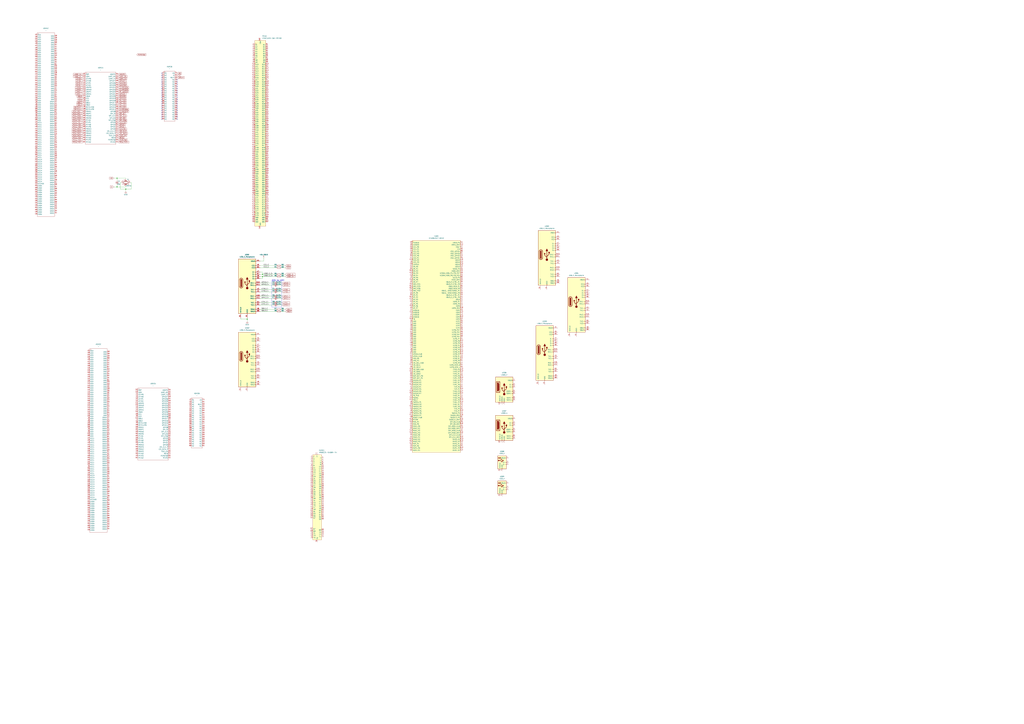
<source format=kicad_sch>
(kicad_sch (version 20250114) (generator "eeschema") (generator_version "9.0")
  (paper "A0")
  (lib_symbols
    (symbol "Connector:USB3_A" (pin_names (offset 1.016))
      (property "Reference" "J" (at -10.16 15.24 0))
      (property "Value" "USB3_A" (at 10.16 15.24 0))
      (symbol "USB3_A_1_1"
        (pin passive line (at -5.08 -17.78 90) (length 2.54) (name "SHIELD") (number "10"))
        (pin passive line (at -2.54 -17.78 90) (length 2.54) (name "DRAIN") (number "7"))
        (pin power_in line (at 0 -17.78 90) (length 2.54) (name "GND") (number "4"))
        (pin power_in line (at 12.7 10.16 180) (length 2.54) (name "VBUS") (number "1"))
        (pin bidirectional line (at 12.7 5.08 180) (length 2.54) (name "D-") (number "2"))
        (pin bidirectional line (at 12.7 2.54 180) (length 2.54) (name "D+") (number "3"))
        (pin output line (at 12.7 -2.54 180) (length 2.54) (name "SSRX-") (number "5"))
        (pin output line (at 12.7 -5.08 180) (length 2.54) (name "SSRX+") (number "6"))
        (pin input line (at 12.7 -10.16 180) (length 2.54) (name "SSTX-") (number "8"))
        (pin input line (at 12.7 -12.7 180) (length 2.54) (name "SSTX+") (number "9"))
      )
    )
    (symbol "Connector:USB_A" (pin_names (offset 1.016))
      (property "Reference" "J" (at -5.08 11.43 0))
      (property "Value" "USB_A" (at -5.08 8.89 0))
      (symbol "USB_A_1_1"
        (pin passive line (at -2.54 -10.16 90) (length 2.54) (name "Shield") (number "5"))
        (pin power_in line (at 0 -10.16 90) (length 2.54) (name "GND") (number "4"))
        (pin power_in line (at 7.62 5.08 180) (length 2.54) (name "VBUS") (number "1"))
        (pin bidirectional line (at 7.62 0 180) (length 2.54) (name "D+") (number "3"))
        (pin bidirectional line (at 7.62 -2.54 180) (length 2.54) (name "D-") (number "2"))
      )
    )
    (symbol "Connector:USB_C_Receptacle" (pin_names (offset 1.016))
      (property "Reference" "J" (at -10.16 29.21 0))
      (property "Value" "USB_C_Receptacle" (at 10.16 29.21 0))
      (symbol "USB_C_Receptacle_1_1"
        (pin passive line (at -7.62 -40.64 90) (length 5.08) (name "SHIELD") (number "S1"))
        (pin passive line (at 0 -40.64 90) (length 5.08) (name "GND") (number "A1"))
        (pin passive line (at 0 -40.64 90) (length 5.08) (hide yes) (name "GND") (number "A12"))
        (pin passive line (at 0 -40.64 90) (length 5.08) (hide yes) (name "GND") (number "B1"))
        (pin passive line (at 0 -40.64 90) (length 5.08) (hide yes) (name "GND") (number "B12"))
        (pin passive line (at 15.24 25.4 180) (length 5.08) (name "VBUS") (number "A4"))
        (pin passive line (at 15.24 25.4 180) (length 5.08) (hide yes) (name "VBUS") (number "A9"))
        (pin passive line (at 15.24 25.4 180) (length 5.08) (hide yes) (name "VBUS") (number "B4"))
        (pin passive line (at 15.24 25.4 180) (length 5.08) (hide yes) (name "VBUS") (number "B9"))
        (pin bidirectional line (at 15.24 20.32 180) (length 5.08) (name "CC1") (number "A5"))
        (pin bidirectional line (at 15.24 17.78 180) (length 5.08) (name "CC2") (number "B5"))
        (pin bidirectional line (at 15.24 12.7 180) (length 5.08) (name "D-") (number "A7"))
        (pin bidirectional line (at 15.24 10.16 180) (length 5.08) (name "D-") (number "B7"))
        (pin bidirectional line (at 15.24 7.62 180) (length 5.08) (name "D+") (number "A6"))
        (pin bidirectional line (at 15.24 5.08 180) (length 5.08) (name "D+") (number "B6"))
        (pin bidirectional line (at 15.24 0 180) (length 5.08) (name "RX1-") (number "B10"))
        (pin bidirectional line (at 15.24 -2.54 180) (length 5.08) (name "RX1+") (number "B11"))
        (pin bidirectional line (at 15.24 -7.62 180) (length 5.08) (name "TX1-") (number "A3"))
        (pin bidirectional line (at 15.24 -10.16 180) (length 5.08) (name "TX1+") (number "A2"))
        (pin bidirectional line (at 15.24 -15.24 180) (length 5.08) (name "RX2-") (number "A10"))
        (pin bidirectional line (at 15.24 -17.78 180) (length 5.08) (name "RX2+") (number "A11"))
        (pin bidirectional line (at 15.24 -22.86 180) (length 5.08) (name "TX2-") (number "B3"))
        (pin bidirectional line (at 15.24 -25.4 180) (length 5.08) (name "TX2+") (number "B2"))
        (pin bidirectional line (at 15.24 -30.48 180) (length 5.08) (name "SBU1") (number "A8"))
        (pin bidirectional line (at 15.24 -33.02 180) (length 5.08) (name "SBU2") (number "B8"))
      )
    )
    (symbol "Device:C_Small" (pin_numbers (hide yes)) (pin_names (offset 0.254) (hide yes))
      (property "Reference" "C" (at 0.254 1.778 0))
      (property "Value" "C_Small" (at 0.254 -2.032 0))
      (symbol "C_Small_1_1"
        (pin passive line (at 0 2.54 270) (length 2.032) (name "~") (number "1"))
        (pin passive line (at 0 -2.54 90) (length 2.032) (name "~") (number "2"))
      )
    )
    (symbol "Device:Crystal_GND24" (pin_names (offset 1.016) (hide yes))
      (property "Reference" "Y" (at 3.175 5.08 0))
      (property "Value" "Crystal_GND24" (at 3.175 3.175 0))
      (symbol "Crystal_GND24_1_1"
        (pin passive line (at -3.81 0 0) (length 1.27) (name "1") (number "1"))
        (pin passive line (at 0 5.08 270) (length 1.27) (name "2") (number "2"))
        (pin passive line (at 0 -5.08 90) (length 1.27) (name "4") (number "4"))
        (pin passive line (at 3.81 0 180) (length 1.27) (name "3") (number "3"))
      )
    )
    (symbol "Device:R_Small" (pin_numbers (hide yes)) (pin_names (offset 0.254) (hide yes))
      (property "Reference" "R" (at 0.762 0.508 0))
      (property "Value" "R_Small" (at 0.762 -1.016 0))
      (symbol "R_Small_1_1"
        (pin passive line (at 0 2.54 270) (length 0.762) (name "~") (number "1"))
        (pin passive line (at 0 -2.54 90) (length 0.762) (name "~") (number "2"))
      )
    )
    (symbol "easyeda2kicad:AS0BC21-S40BM-7H"
      (property "Reference" "CN" (at 0 57.15 0))
      (property "Value" "AS0BC21-S40BM-7H" (at 0 -57.15 0))
      (symbol "AS0BC21-S40BM-7H_0_1"
        (pin unspecified line (at -7.62 46.99 0) (length 2.54) (name "1") (number "1"))
        (pin unspecified line (at -7.62 44.45 0) (length 2.54) (name "3") (number "3"))
        (pin unspecified line (at -7.62 41.91 0) (length 2.54) (name "5") (number "5"))
        (pin unspecified line (at -7.62 39.37 0) (length 2.54) (name "7") (number "7"))
        (pin unspecified line (at -7.62 36.83 0) (length 2.54) (name "9") (number "9"))
        (pin unspecified line (at -7.62 34.29 0) (length 2.54) (name "11") (number "11"))
        (pin unspecified line (at -7.62 31.75 0) (length 2.54) (name "13") (number "13"))
        (pin unspecified line (at -7.62 29.21 0) (length 2.54) (name "15") (number "15"))
        (pin unspecified line (at -7.62 26.67 0) (length 2.54) (name "17") (number "17"))
        (pin unspecified line (at -7.62 24.13 0) (length 2.54) (name "19") (number "19"))
        (pin unspecified line (at -7.62 21.59 0) (length 2.54) (name "21") (number "21"))
        (pin unspecified line (at -7.62 19.05 0) (length 2.54) (name "23") (number "23"))
        (pin unspecified line (at -7.62 16.51 0) (length 2.54) (name "25") (number "25"))
        (pin unspecified line (at -7.62 13.97 0) (length 2.54) (name "27") (number "27"))
        (pin unspecified line (at -7.62 11.43 0) (length 2.54) (name "29") (number "29"))
        (pin unspecified line (at -7.62 8.89 0) (length 2.54) (name "31") (number "31"))
        (pin unspecified line (at -7.62 6.35 0) (length 2.54) (name "33") (number "33"))
        (pin unspecified line (at -7.62 3.81 0) (length 2.54) (name "35") (number "35"))
        (pin unspecified line (at -7.62 1.27 0) (length 2.54) (name "37") (number "37"))
        (pin unspecified line (at -7.62 -1.27 0) (length 2.54) (name "39") (number "39"))
        (pin unspecified line (at -7.62 -3.81 0) (length 2.54) (name "41") (number "41"))
        (pin unspecified line (at -7.62 -6.35 0) (length 2.54) (name "43") (number "43"))
        (pin unspecified line (at -7.62 -8.89 0) (length 2.54) (name "45") (number "45"))
        (pin unspecified line (at -7.62 -11.43 0) (length 2.54) (name "47") (number "47"))
        (pin unspecified line (at -7.62 -13.97 0) (length 2.54) (name "49") (number "49"))
        (pin unspecified line (at -7.62 -16.51 0) (length 2.54) (name "51") (number "51"))
        (pin unspecified line (at -7.62 -19.05 0) (length 2.54) (name "53") (number "53"))
        (pin unspecified line (at -7.62 -21.59 0) (length 2.54) (name "55") (number "55"))
        (pin unspecified line (at -7.62 -24.13 0) (length 2.54) (name "57") (number "57"))
        (pin unspecified line (at -7.62 -36.83 0) (length 2.54) (name "67") (number "67"))
        (pin unspecified line (at -7.62 -39.37 0) (length 2.54) (name "69") (number "69"))
        (pin unspecified line (at -7.62 -41.91 0) (length 2.54) (name "71") (number "71"))
        (pin unspecified line (at -7.62 -44.45 0) (length 2.54) (name "73") (number "73"))
        (pin unspecified line (at -7.62 -46.99 0) (length 2.54) (name "75") (number "75"))
        (pin unspecified line (at 0 52.07 270) (length 2.54) (name "77") (number "77"))
        (pin unspecified line (at 0 -52.07 90) (length 2.54) (name "76") (number "76"))
        (pin unspecified line (at 7.62 45.72 180) (length 2.54) (name "2") (number "2"))
        (pin unspecified line (at 7.62 43.18 180) (length 2.54) (name "4") (number "4"))
        (pin unspecified line (at 7.62 40.64 180) (length 2.54) (name "6") (number "6"))
        (pin unspecified line (at 7.62 38.1 180) (length 2.54) (name "8") (number "8"))
        (pin unspecified line (at 7.62 35.56 180) (length 2.54) (name "10") (number "10"))
        (pin unspecified line (at 7.62 33.02 180) (length 2.54) (name "12") (number "12"))
        (pin unspecified line (at 7.62 30.48 180) (length 2.54) (name "14") (number "14"))
        (pin unspecified line (at 7.62 27.94 180) (length 2.54) (name "16") (number "16"))
        (pin unspecified line (at 7.62 25.4 180) (length 2.54) (name "18") (number "18"))
        (pin unspecified line (at 7.62 22.86 180) (length 2.54) (name "20") (number "20"))
        (pin unspecified line (at 7.62 20.32 180) (length 2.54) (name "22") (number "22"))
        (pin unspecified line (at 7.62 17.78 180) (length 2.54) (name "24") (number "24"))
        (pin unspecified line (at 7.62 15.24 180) (length 2.54) (name "26") (number "26"))
        (pin unspecified line (at 7.62 12.7 180) (length 2.54) (name "28") (number "28"))
        (pin unspecified line (at 7.62 10.16 180) (length 2.54) (name "30") (number "30"))
        (pin unspecified line (at 7.62 7.62 180) (length 2.54) (name "32") (number "32"))
        (pin unspecified line (at 7.62 5.08 180) (length 2.54) (name "34") (number "34"))
        (pin unspecified line (at 7.62 2.54 180) (length 2.54) (name "36") (number "36"))
        (pin unspecified line (at 7.62 0 180) (length 2.54) (name "38") (number "38"))
        (pin unspecified line (at 7.62 -2.54 180) (length 2.54) (name "40") (number "40"))
        (pin unspecified line (at 7.62 -5.08 180) (length 2.54) (name "42") (number "42"))
        (pin unspecified line (at 7.62 -7.62 180) (length 2.54) (name "44") (number "44"))
        (pin unspecified line (at 7.62 -10.16 180) (length 2.54) (name "46") (number "46"))
        (pin unspecified line (at 7.62 -12.7 180) (length 2.54) (name "48") (number "48"))
        (pin unspecified line (at 7.62 -15.24 180) (length 2.54) (name "50") (number "50"))
        (pin unspecified line (at 7.62 -17.78 180) (length 2.54) (name "52") (number "52"))
        (pin unspecified line (at 7.62 -20.32 180) (length 2.54) (name "54") (number "54"))
        (pin unspecified line (at 7.62 -22.86 180) (length 2.54) (name "56") (number "56"))
        (pin unspecified line (at 7.62 -25.4 180) (length 2.54) (name "58") (number "58"))
        (pin unspecified line (at 7.62 -38.1 180) (length 2.54) (name "68") (number "68"))
        (pin unspecified line (at 7.62 -40.64 180) (length 2.54) (name "70") (number "70"))
        (pin unspecified line (at 7.62 -43.18 180) (length 2.54) (name "72") (number "72"))
        (pin unspecified line (at 7.62 -45.72 180) (length 2.54) (name "74") (number "74"))
      )
    )
    (symbol "easyeda2kicad:ASM2464PD"
      (property "Reference" "U" (at 0 0 0))
      (symbol "ASM2464PD_1_0"
        (pin unspecified line (at -20.32 39.37 0) (length 2.54) (name "UDP") (number "M1"))
        (pin unspecified line (at -20.32 36.83 0) (length 2.54) (name "UDM") (number "M2"))
        (pin unspecified line (at -20.32 34.29 0) (length 2.54) (name "UTXP0") (number "T1"))
        (pin unspecified line (at -20.32 31.75 0) (length 2.54) (name "UTXN0") (number "T2"))
        (pin unspecified line (at -20.32 29.21 0) (length 2.54) (name "UTXP1") (number "V2"))
        (pin unspecified line (at -20.32 26.67 0) (length 2.54) (name "UTXN1") (number "V1"))
        (pin unspecified line (at -20.32 24.13 0) (length 2.54) (name "URXP0") (number "P1"))
        (pin unspecified line (at -20.32 21.59 0) (length 2.54) (name "URXN0") (number "P2"))
        (pin unspecified line (at -20.32 19.05 0) (length 2.54) (name "URXP1") (number "Y2"))
        (pin unspecified line (at -20.32 16.51 0) (length 2.54) (name "URXN1") (number "Y1"))
        (pin unspecified line (at -20.32 13.97 0) (length 2.54) (name "VBUS") (number "G1"))
        (pin unspecified line (at -20.32 11.43 0) (length 2.54) (name "CC1") (number "AA6"))
        (pin unspecified line (at -20.32 8.89 0) (length 2.54) (name "CC2") (number "Y6"))
        (pin unspecified line (at -20.32 6.35 0) (length 2.54) (name "SBU1") (number "K1"))
        (pin unspecified line (at -20.32 3.81 0) (length 2.54) (name "SBU2") (number "J1"))
        (pin unspecified line (at -20.32 1.27 0) (length 2.54) (name "REFCLKN0") (number "Y8"))
        (pin unspecified line (at -20.32 -1.27 0) (length 2.54) (name "REFCLKP0") (number "AA8"))
        (pin unspecified line (at -20.32 -3.81 0) (length 2.54) (name "PRXN1") (number "W20"))
        (pin unspecified line (at -20.32 -6.35 0) (length 2.54) (name "PRXP1") (number "W21"))
        (pin unspecified line (at -20.32 -8.89 0) (length 2.54) (name "PRXN0") (number "N20"))
        (pin unspecified line (at -20.32 -11.43 0) (length 2.54) (name "PRXP0") (number "N21"))
        (pin unspecified line (at -20.32 -13.97 0) (length 2.54) (name "PTXN1") (number "U21"))
        (pin unspecified line (at -20.32 -16.51 0) (length 2.54) (name "PTXP1") (number "U20"))
        (pin unspecified line (at -20.32 -19.05 0) (length 2.54) (name "PTXN0") (number "R21"))
        (pin unspecified line (at -20.32 -21.59 0) (length 2.54) (name "PTXP0") (number "R20"))
        (pin unspecified line (at -20.32 -24.13 0) (length 2.54) (name "PRXN3") (number "Y13"))
        (pin unspecified line (at -20.32 -26.67 0) (length 2.54) (name "PRXP3") (number "AA13"))
        (pin unspecified line (at -20.32 -29.21 0) (length 2.54) (name "PRXN2") (number "AA19"))
        (pin unspecified line (at -20.32 -31.75 0) (length 2.54) (name "PRXP2") (number "Y19"))
        (pin unspecified line (at -20.32 -34.29 0) (length 2.54) (name "PTXN3") (number "AA15"))
        (pin unspecified line (at -20.32 -36.83 0) (length 2.54) (name "PTXP3") (number "Y15"))
        (pin unspecified line (at -20.32 -39.37 0) (length 2.54) (name "PTXN2") (number "AA17"))
        (pin unspecified line (at 20.32 39.37 180) (length 2.54) (name "HDDPC") (number "C21"))
        (pin unspecified line (at 20.32 36.83 180) (length 2.54) (name "UART_RX") (number "A21"))
        (pin unspecified line (at 20.32 34.29 180) (length 2.54) (name "UART_TX") (number "B21"))
        (pin unspecified line (at 20.32 31.75 180) (length 2.54) (name "GPIO27") (number "A18"))
        (pin unspecified line (at 20.32 29.21 180) (length 2.54) (name "GPIO26") (number "A17"))
        (pin unspecified line (at 20.32 26.67 180) (length 2.54) (name "GPIO25") (number "A16"))
        (pin unspecified line (at 20.32 24.13 180) (length 2.54) (name "GPIO24") (number "A15"))
        (pin unspecified line (at 20.32 21.59 180) (length 2.54) (name "GPIO23") (number "A14"))
        (pin unspecified line (at 20.32 19.05 180) (length 2.54) (name "GPIO22") (number "A13"))
        (pin unspecified line (at 20.32 16.51 180) (length 2.54) (name "GPIO21") (number "A12"))
        (pin unspecified line (at 20.32 13.97 180) (length 2.54) (name "GPIO20") (number "A11"))
        (pin unspecified line (at 20.32 11.43 180) (length 2.54) (name "GPIO19") (number "A10"))
        (pin unspecified line (at 20.32 8.89 180) (length 2.54) (name "GPIO18") (number "A9"))
        (pin unspecified line (at 20.32 6.35 180) (length 2.54) (name "GPIO17") (number "A8"))
        (pin unspecified line (at 20.32 3.81 180) (length 2.54) (name "GPIO16") (number "A7"))
        (pin unspecified line (at 20.32 1.27 180) (length 2.54) (name "GPIO15") (number "A6"))
        (pin unspecified line (at 20.32 -1.27 180) (length 2.54) (name "GPIO14") (number "A20"))
        (pin unspecified line (at 20.32 -3.81 180) (length 2.54) (name "GPIO8") (number "A19"))
        (pin unspecified line (at 20.32 -6.35 180) (length 2.54) (name "SPI_DI") (number "A4"))
        (pin unspecified line (at 20.32 -8.89 180) (length 2.54) (name "SPI_CLK") (number "A5"))
        (pin unspecified line (at 20.32 -11.43 180) (length 2.54) (name "SPI_DO") (number "A3"))
        (pin unspecified line (at 20.32 -13.97 180) (length 2.54) (name "SPI_CS#") (number "A2"))
        (pin unspecified line (at 20.32 -16.51 180) (length 2.54) (name "GPIO3") (number "A1"))
        (pin unspecified line (at 20.32 -19.05 180) (length 2.54) (name "GPIO2") (number "B1"))
        (pin unspecified line (at 20.32 -21.59 180) (length 2.54) (name "GPIO1") (number "C1"))
        (pin unspecified line (at 20.32 -24.13 180) (length 2.54) (name "GPIO0") (number "D1"))
        (pin unspecified line (at 20.32 -26.67 180) (length 2.54) (name "I2C_CLK_P") (number "E1"))
        (pin unspecified line (at 20.32 -29.21 180) (length 2.54) (name "I2C_DATA_P") (number "F1"))
        (pin unspecified line (at 20.32 -31.75 180) (length 2.54) (name "TEST_EN") (number "H21"))
        (pin unspecified line (at 20.32 -34.29 180) (length 2.54) (name "RST#") (number "H1"))
        (pin unspecified line (at 20.32 -36.83 180) (length 2.54) (name "PERST0#") (number "G21"))
        (pin unspecified line (at 20.32 -39.37 180) (length 2.54) (name "PTXP2") (number "Y17"))
      )
      (symbol "ASM2464PD_2_0"
        (pin unspecified line (at -8.89 26.67 0) (length 2.54) (name "NC") (number "J2"))
        (pin unspecified line (at -8.89 24.13 0) (length 2.54) (name "NC") (number "H2"))
        (pin unspecified line (at -8.89 21.59 0) (length 2.54) (name "NC") (number "G2"))
        (pin unspecified line (at -8.89 19.05 0) (length 2.54) (name "NC") (number "F2"))
        (pin unspecified line (at -8.89 16.51 0) (length 2.54) (name "NC") (number "E2"))
        (pin unspecified line (at -8.89 13.97 0) (length 2.54) (name "NC") (number "D2"))
        (pin unspecified line (at -8.89 11.43 0) (length 2.54) (name "NC") (number "C2"))
        (pin unspecified line (at -8.89 8.89 0) (length 2.54) (name "NC") (number "B2"))
        (pin unspecified line (at -8.89 6.35 0) (length 2.54) (name "NC") (number "B3"))
        (pin unspecified line (at -8.89 3.81 0) (length 2.54) (name "NC") (number "B4"))
        (pin unspecified line (at -8.89 1.27 0) (length 2.54) (name "NC") (number "B5"))
        (pin unspecified line (at -8.89 -1.27 0) (length 2.54) (name "NC") (number "B6"))
        (pin unspecified line (at -8.89 -3.81 0) (length 2.54) (name "NC") (number "B7"))
        (pin unspecified line (at -8.89 -6.35 0) (length 2.54) (name "NC") (number "B8"))
        (pin unspecified line (at -8.89 -8.89 0) (length 2.54) (name "NC") (number "B9"))
        (pin unspecified line (at -8.89 -11.43 0) (length 2.54) (name "NC") (number "B10"))
        (pin unspecified line (at -8.89 -13.97 0) (length 2.54) (name "NC") (number "B11"))
        (pin unspecified line (at -8.89 -16.51 0) (length 2.54) (name "NC") (number "B12"))
        (pin unspecified line (at -8.89 -19.05 0) (length 2.54) (name "NC") (number "B13"))
        (pin unspecified line (at -8.89 -21.59 0) (length 2.54) (name "NC") (number "B14"))
        (pin unspecified line (at -8.89 -24.13 0) (length 2.54) (name "NC") (number "B15"))
        (pin unspecified line (at -8.89 -26.67 0) (length 2.54) (name "NC") (number "B16"))
        (pin unspecified line (at 8.89 26.67 180) (length 2.54) (name "XO") (number "Y4"))
        (pin unspecified line (at 8.89 24.13 180) (length 2.54) (name "XI") (number "AA4"))
        (pin unspecified line (at 8.89 21.59 180) (length 2.54) (name "REXT") (number "AA3"))
        (pin unspecified line (at 8.89 19.05 180) (length 2.54) (name "NC") (number "F21"))
        (pin unspecified line (at 8.89 16.51 180) (length 2.54) (name "NC") (number "E21"))
        (pin unspecified line (at 8.89 13.97 180) (length 2.54) (name "NC") (number "D21"))
        (pin unspecified line (at 8.89 11.43 180) (length 2.54) (name "NC") (number "AA11"))
        (pin unspecified line (at 8.89 8.89 180) (length 2.54) (name "NC") (number "Y11"))
        (pin unspecified line (at 8.89 6.35 180) (length 2.54) (name "NC") (number "AA10"))
        (pin unspecified line (at 8.89 3.81 180) (length 2.54) (name "NC") (number "Y10"))
        (pin unspecified line (at 8.89 1.27 180) (length 2.54) (name "NC") (number "AA7"))
        (pin unspecified line (at 8.89 -1.27 180) (length 2.54) (name "NC") (number "Y7"))
        (pin unspecified line (at 8.89 -3.81 180) (length 2.54) (name "NC") (number "H20"))
        (pin unspecified line (at 8.89 -6.35 180) (length 2.54) (name "NC") (number "G20"))
        (pin unspecified line (at 8.89 -8.89 180) (length 2.54) (name "NC") (number "F20"))
        (pin unspecified line (at 8.89 -11.43 180) (length 2.54) (name "NC") (number "E20"))
        (pin unspecified line (at 8.89 -13.97 180) (length 2.54) (name "NC") (number "D20"))
        (pin unspecified line (at 8.89 -16.51 180) (length 2.54) (name "NC") (number "C20"))
        (pin unspecified line (at 8.89 -19.05 180) (length 2.54) (name "NC") (number "B20"))
        (pin unspecified line (at 8.89 -21.59 180) (length 2.54) (name "NC") (number "B19"))
        (pin unspecified line (at 8.89 -24.13 180) (length 2.54) (name "NC") (number "B18"))
        (pin unspecified line (at 8.89 -26.67 180) (length 2.54) (name "NC") (number "B17"))
      )
      (symbol "ASM2464PD_3_0"
        (pin unspecified line (at -12.7 104.14 0) (length 2.54) (name "VDD") (number "J21"))
        (pin unspecified line (at -12.7 101.6 0) (length 2.54) (name "VDD") (number "J20"))
        (pin unspecified line (at -12.7 99.06 0) (length 2.54) (name "VDD") (number "K21"))
        (pin unspecified line (at -12.7 96.52 0) (length 2.54) (name "VDD") (number "K20"))
        (pin unspecified line (at -12.7 93.98 0) (length 2.54) (name "VDD") (number "J18"))
        (pin unspecified line (at -12.7 91.44 0) (length 2.54) (name "VDD") (number "J17"))
        (pin unspecified line (at -12.7 88.9 0) (length 2.54) (name "VDD") (number "J16"))
        (pin unspecified line (at -12.7 86.36 0) (length 2.54) (name "VDD") (number "H16"))
        (pin unspecified line (at -12.7 83.82 0) (length 2.54) (name "VDD") (number "F16"))
        (pin unspecified line (at -12.7 81.28 0) (length 2.54) (name "VDD") (number "E16"))
        (pin unspecified line (at -12.7 78.74 0) (length 2.54) (name "VDD") (number "D16"))
        (pin unspecified line (at -12.7 76.2 0) (length 2.54) (name "VDD") (number "J14"))
        (pin unspecified line (at -12.7 73.66 0) (length 2.54) (name "VDD") (number "J13"))
        (pin unspecified line (at -12.7 71.12 0) (length 2.54) (name "VDD") (number "H14"))
        (pin unspecified line (at -12.7 68.58 0) (length 2.54) (name "VDD") (number "H13"))
        (pin unspecified line (at -12.7 66.04 0) (length 2.54) (name "VDD") (number "F14"))
        (pin unspecified line (at -12.7 63.5 0) (length 2.54) (name "VDD") (number "E14"))
        (pin unspecified line (at -12.7 60.96 0) (length 2.54) (name "VDD") (number "D14"))
        (pin unspecified line (at -12.7 58.42 0) (length 2.54) (name "VDD") (number "L11"))
        (pin unspecified line (at -12.7 55.88 0) (length 2.54) (name "VDD") (number "L14"))
        (pin unspecified line (at -12.7 53.34 0) (length 2.54) (name "VDD") (number "N14"))
        (pin unspecified line (at -12.7 50.8 0) (length 2.54) (name "VDD") (number "P14"))
        (pin unspecified line (at -12.7 48.26 0) (length 2.54) (name "VDD") (number "T14"))
        (pin unspecified line (at -12.7 45.72 0) (length 2.54) (name "VDD") (number "P13"))
        (pin unspecified line (at -12.7 43.18 0) (length 2.54) (name "VDD") (number "T13"))
        (pin unspecified line (at -12.7 40.64 0) (length 2.54) (name "VDD") (number "E11"))
        (pin unspecified line (at -12.7 38.1 0) (length 2.54) (name "VDD") (number "F11"))
        (pin unspecified line (at -12.7 35.56 0) (length 2.54) (name "VDD") (number "H11"))
        (pin unspecified line (at -12.7 33.02 0) (length 2.54) (name "VDD") (number "T11"))
        (pin unspecified line (at -12.7 30.48 0) (length 2.54) (name "VDD") (number "F9"))
        (pin unspecified line (at -12.7 27.94 0) (length 2.54) (name "VDD") (number "H9"))
        (pin unspecified line (at -12.7 25.4 0) (length 2.54) (name "VDD") (number "J9"))
        (pin unspecified line (at -12.7 22.86 0) (length 2.54) (name "VDD") (number "J8"))
        (pin unspecified line (at -12.7 20.32 0) (length 2.54) (name "VDD") (number "L8"))
        (pin unspecified line (at -12.7 17.78 0) (length 2.54) (name "VDD") (number "N8"))
        (pin unspecified line (at -12.7 15.24 0) (length 2.54) (name "VDD") (number "P8"))
        (pin unspecified line (at -12.7 12.7 0) (length 2.54) (name "VDD") (number "T9"))
        (pin unspecified line (at -12.7 10.16 0) (length 2.54) (name "VDD") (number "T8"))
        (pin unspecified line (at -12.7 7.62 0) (length 2.54) (name "VDD") (number "U9"))
        (pin unspecified line (at -12.7 5.08 0) (length 2.54) (name "VDD") (number "U8"))
        (pin unspecified line (at -12.7 2.54 0) (length 2.54) (name "VCCL") (number "L21"))
        (pin unspecified line (at -12.7 0 0) (length 2.54) (name "VCCL") (number "L20"))
        (pin unspecified line (at -12.7 -2.54 0) (length 2.54) (name "VCCL") (number "L18"))
        (pin unspecified line (at -12.7 -5.08 0) (length 2.54) (name "VCCL") (number "L17"))
        (pin unspecified line (at -12.7 -7.62 0) (length 2.54) (name "VCCL") (number "L16"))
        (pin unspecified line (at -12.7 -10.16 0) (length 2.54) (name "VCCL") (number "N16"))
        (pin unspecified line (at -12.7 -12.7 0) (length 2.54) (name "VCCL") (number "P16"))
        (pin unspecified line (at -12.7 -15.24 0) (length 2.54) (name "VCCL") (number "T16"))
        (pin unspecified line (at -12.7 -17.78 0) (length 2.54) (name "VCCL") (number "U16"))
        (pin unspecified line (at -12.7 -20.32 0) (length 2.54) (name "VCCL") (number "U14"))
        (pin unspecified line (at -12.7 -22.86 0) (length 2.54) (name "VCCL") (number "U13"))
        (pin unspecified line (at -12.7 -25.4 0) (length 2.54) (name "VCCL") (number "U11"))
        (pin unspecified line (at -12.7 -27.94 0) (length 2.54) (name "VCCL") (number "U6"))
        (pin unspecified line (at -12.7 -30.48 0) (length 2.54) (name "VCCL") (number "T6"))
        (pin unspecified line (at -12.7 -33.02 0) (length 2.54) (name "VCCL") (number "P6"))
        (pin unspecified line (at -12.7 -35.56 0) (length 2.54) (name "VCCL") (number "N6"))
        (pin unspecified line (at -12.7 -38.1 0) (length 2.54) (name "VCCL") (number "L6"))
        (pin unspecified line (at -12.7 -40.64 0) (length 2.54) (name "VCCH") (number "D13"))
        (pin unspecified line (at -12.7 -43.18 0) (length 2.54) (name "VCCH") (number "E13"))
        (pin unspecified line (at -12.7 -45.72 0) (length 2.54) (name "VCCH") (number "F13"))
        (pin unspecified line (at -12.7 -48.26 0) (length 2.54) (name "VCCH") (number "D9"))
        (pin unspecified line (at -12.7 -50.8 0) (length 2.54) (name "VCCH") (number "E9"))
        (pin unspecified line (at -12.7 -53.34 0) (length 2.54) (name "VCCH") (number "D8"))
        (pin unspecified line (at -12.7 -55.88 0) (length 2.54) (name "VCCH") (number "E8"))
        (pin unspecified line (at -12.7 -58.42 0) (length 2.54) (name "VCCH") (number "D6"))
        (pin unspecified line (at -12.7 -60.96 0) (length 2.54) (name "VCCH") (number "E6"))
        (pin unspecified line (at -12.7 -63.5 0) (length 2.54) (name "VCCH") (number "F6"))
        (pin unspecified line (at -12.7 -66.04 0) (length 2.54) (name "VCCH") (number "H6"))
        (pin unspecified line (at -12.7 -68.58 0) (length 2.54) (name "VCCA33") (number "H5"))
        (pin unspecified line (at -12.7 -71.12 0) (length 2.54) (name "GNDA") (number "M21"))
        (pin unspecified line (at -12.7 -73.66 0) (length 2.54) (name "GNDA") (number "M20"))
        (pin unspecified line (at -12.7 -76.2 0) (length 2.54) (name "GNDA") (number "P21"))
        (pin unspecified line (at -12.7 -78.74 0) (length 2.54) (name "GNDA") (number "P20"))
        (pin unspecified line (at -12.7 -81.28 0) (length 2.54) (name "GNDA") (number "T21"))
        (pin unspecified line (at -12.7 -83.82 0) (length 2.54) (name "GNDA") (number "T20"))
        (pin unspecified line (at -12.7 -86.36 0) (length 2.54) (name "GNDA") (number "V21"))
        (pin unspecified line (at -12.7 -88.9 0) (length 2.54) (name "GNDA") (number "V20"))
        (pin unspecified line (at -12.7 -91.44 0) (length 2.54) (name "GNDA") (number "Y21"))
        (pin unspecified line (at -12.7 -93.98 0) (length 2.54) (name "GNDA") (number "Y20"))
        (pin unspecified line (at -12.7 -96.52 0) (length 2.54) (name "GNDA") (number "AA21"))
        (pin unspecified line (at -12.7 -99.06 0) (length 2.54) (name "GNDA") (number "AA20"))
        (pin unspecified line (at -12.7 -101.6 0) (length 2.54) (name "GNDA") (number "Y18"))
        (pin unspecified line (at -12.7 -104.14 0) (length 2.54) (name "GNDA") (number "Y16"))
        (pin unspecified line (at 12.7 102.87 180) (length 2.54) (name "GND") (number "H18"))
        (pin unspecified line (at 12.7 100.33 180) (length 2.54) (name "GND") (number "F18"))
        (pin unspecified line (at 12.7 97.79 180) (length 2.54) (name "GND") (number "E18"))
        (pin unspecified line (at 12.7 95.25 180) (length 2.54) (name "GND") (number "D18"))
        (pin unspecified line (at 12.7 92.71 180) (length 2.54) (name "GND") (number "H17"))
        (pin unspecified line (at 12.7 90.17 180) (length 2.54) (name "GND") (number "F17"))
        (pin unspecified line (at 12.7 87.63 180) (length 2.54) (name "GND") (number "E17"))
        (pin unspecified line (at 12.7 85.09 180) (length 2.54) (name "GND") (number "D17"))
        (pin unspecified line (at 12.7 82.55 180) (length 2.54) (name "GND") (number "N13"))
        (pin unspecified line (at 12.7 80.01 180) (length 2.54) (name "GND") (number "L13"))
        (pin unspecified line (at 12.7 77.47 180) (length 2.54) (name "GND") (number "P11"))
        (pin unspecified line (at 12.7 74.93 180) (length 2.54) (name "GND") (number "N11"))
        (pin unspecified line (at 12.7 72.39 180) (length 2.54) (name "GND") (number "J11"))
        (pin unspecified line (at 12.7 69.85 180) (length 2.54) (name "GND") (number "D11"))
        (pin unspecified line (at 12.7 67.31 180) (length 2.54) (name "GND") (number "P9"))
        (pin unspecified line (at 12.7 64.77 180) (length 2.54) (name "GND") (number "N9"))
        (pin unspecified line (at 12.7 62.23 180) (length 2.54) (name "GND") (number "L9"))
        (pin unspecified line (at 12.7 59.69 180) (length 2.54) (name "GND") (number "H8"))
        (pin unspecified line (at 12.7 57.15 180) (length 2.54) (name "GND") (number "F8"))
        (pin unspecified line (at 12.7 54.61 180) (length 2.54) (name "GND") (number "J6"))
        (pin unspecified line (at 12.7 52.07 180) (length 2.54) (name "GND") (number "J5"))
        (pin unspecified line (at 12.7 49.53 180) (length 2.54) (name "GND") (number "F5"))
        (pin unspecified line (at 12.7 46.99 180) (length 2.54) (name "GND") (number "E5"))
        (pin unspecified line (at 12.7 44.45 180) (length 2.54) (name "GND") (number "D5"))
        (pin unspecified line (at 12.7 41.91 180) (length 2.54) (name "GND") (number "J4"))
        (pin unspecified line (at 12.7 39.37 180) (length 2.54) (name "GND") (number "H4"))
        (pin unspecified line (at 12.7 36.83 180) (length 2.54) (name "GND") (number "F4"))
        (pin unspecified line (at 12.7 34.29 180) (length 2.54) (name "GND") (number "E4"))
        (pin unspecified line (at 12.7 31.75 180) (length 2.54) (name "GND") (number "D4"))
        (pin unspecified line (at 12.7 29.21 180) (length 2.54) (name "GND") (number "K2"))
        (pin unspecified line (at 12.7 26.67 180) (length 2.54) (name "GNDA") (number "L2"))
        (pin unspecified line (at 12.7 24.13 180) (length 2.54) (name "GNDA") (number "L1"))
        (pin unspecified line (at 12.7 21.59 180) (length 2.54) (name "GNDA") (number "N2"))
        (pin unspecified line (at 12.7 19.05 180) (length 2.54) (name "GNDA") (number "N1"))
        (pin unspecified line (at 12.7 16.51 180) (length 2.54) (name "GNDA") (number "R2"))
        (pin unspecified line (at 12.7 13.97 180) (length 2.54) (name "GNDA") (number "R1"))
        (pin unspecified line (at 12.7 11.43 180) (length 2.54) (name "GNDA") (number "U2"))
        (pin unspecified line (at 12.7 8.89 180) (length 2.54) (name "GNDA") (number "U1"))
        (pin unspecified line (at 12.7 6.35 180) (length 2.54) (name "GNDA") (number "W2"))
        (pin unspecified line (at 12.7 3.81 180) (length 2.54) (name "GNDA") (number "W1"))
        (pin unspecified line (at 12.7 1.27 180) (length 2.54) (name "GNDA") (number "AA2"))
        (pin unspecified line (at 12.7 -1.27 180) (length 2.54) (name "GNDA") (number "AA1"))
        (pin unspecified line (at 12.7 -3.81 180) (length 2.54) (name "GNDA") (number "V4"))
        (pin unspecified line (at 12.7 -6.35 180) (length 2.54) (name "GNDA") (number "V5"))
        (pin unspecified line (at 12.7 -8.89 180) (length 2.54) (name "GNDA") (number "U4"))
        (pin unspecified line (at 12.7 -11.43 180) (length 2.54) (name "GNDA") (number "U5"))
        (pin unspecified line (at 12.7 -13.97 180) (length 2.54) (name "GNDA") (number "T4"))
        (pin unspecified line (at 12.7 -16.51 180) (length 2.54) (name "GNDA") (number "T5"))
        (pin unspecified line (at 12.7 -19.05 180) (length 2.54) (name "GNDA") (number "P4"))
        (pin unspecified line (at 12.7 -21.59 180) (length 2.54) (name "GNDA") (number "P5"))
        (pin unspecified line (at 12.7 -24.13 180) (length 2.54) (name "GNDA") (number "N4"))
        (pin unspecified line (at 12.7 -26.67 180) (length 2.54) (name "GNDA") (number "N5"))
        (pin unspecified line (at 12.7 -29.21 180) (length 2.54) (name "GNDA") (number "L4"))
        (pin unspecified line (at 12.7 -31.75 180) (length 2.54) (name "GNDA") (number "L5"))
        (pin unspecified line (at 12.7 -34.29 180) (length 2.54) (name "GNDA") (number "V6"))
        (pin unspecified line (at 12.7 -36.83 180) (length 2.54) (name "GNDA") (number "V8"))
        (pin unspecified line (at 12.7 -39.37 180) (length 2.54) (name "GNDA") (number "V9"))
        (pin unspecified line (at 12.7 -41.91 180) (length 2.54) (name "GNDA") (number "V11"))
        (pin unspecified line (at 12.7 -44.45 180) (length 2.54) (name "GNDA") (number "V13"))
        (pin unspecified line (at 12.7 -46.99 180) (length 2.54) (name "GNDA") (number "V14"))
        (pin unspecified line (at 12.7 -49.53 180) (length 2.54) (name "GNDA") (number "V16"))
        (pin unspecified line (at 12.7 -52.07 180) (length 2.54) (name "GNDA") (number "V17"))
        (pin unspecified line (at 12.7 -54.61 180) (length 2.54) (name "GNDA") (number "V18"))
        (pin unspecified line (at 12.7 -57.15 180) (length 2.54) (name "GNDA") (number "U17"))
        (pin unspecified line (at 12.7 -59.69 180) (length 2.54) (name "GNDA") (number "U18"))
        (pin unspecified line (at 12.7 -62.23 180) (length 2.54) (name "GNDA") (number "T17"))
        (pin unspecified line (at 12.7 -64.77 180) (length 2.54) (name "GNDA") (number "T18"))
        (pin unspecified line (at 12.7 -67.31 180) (length 2.54) (name "GNDA") (number "P17"))
        (pin unspecified line (at 12.7 -69.85 180) (length 2.54) (name "GNDA") (number "P18"))
        (pin unspecified line (at 12.7 -72.39 180) (length 2.54) (name "GNDA") (number "N17"))
        (pin unspecified line (at 12.7 -74.93 180) (length 2.54) (name "GNDA") (number "N18"))
        (pin unspecified line (at 12.7 -77.47 180) (length 2.54) (name "GNDA") (number "AA5"))
        (pin unspecified line (at 12.7 -80.01 180) (length 2.54) (name "GNDA") (number "AA9"))
        (pin unspecified line (at 12.7 -82.55 180) (length 2.54) (name "GNDA") (number "AA12"))
        (pin unspecified line (at 12.7 -85.09 180) (length 2.54) (name "GNDA") (number "AA14"))
        (pin unspecified line (at 12.7 -87.63 180) (length 2.54) (name "GNDA") (number "AA16"))
        (pin unspecified line (at 12.7 -90.17 180) (length 2.54) (name "GNDA") (number "AA18"))
        (pin unspecified line (at 12.7 -92.71 180) (length 2.54) (name "GNDA") (number "Y3"))
        (pin unspecified line (at 12.7 -95.25 180) (length 2.54) (name "GNDA") (number "Y5"))
        (pin unspecified line (at 12.7 -97.79 180) (length 2.54) (name "GNDA") (number "Y9"))
        (pin unspecified line (at 12.7 -100.33 180) (length 2.54) (name "GNDA") (number "Y12"))
        (pin unspecified line (at 12.7 -102.87 180) (length 2.54) (name "GNDA") (number "Y14"))
      )
    )
    (symbol "easyeda2kicad:CYUSB4347-BZXC"
      (property "Reference" "U" (at 0 127 0))
      (property "Value" "CYUSB4347-BZXC" (at 0 -124.46 0))
      (symbol "CYUSB4347-BZXC_0_1"
        (pin unspecified line (at -30.48 121.92 0) (length 2.54) (name "AVDD10") (number "K8"))
        (pin unspecified line (at -30.48 119.38 0) (length 2.54) (name "AVDD33") (number "E8"))
        (pin unspecified line (at -30.48 116.84 0) (length 2.54) (name "CC1_P0") (number "D3"))
        (pin unspecified line (at -30.48 114.3 0) (length 2.54) (name "CC1_P1") (number "D8"))
        (pin unspecified line (at -30.48 111.76 0) (length 2.54) (name "CC1_P2") (number "K9"))
        (pin unspecified line (at -30.48 109.22 0) (length 2.54) (name "CC1_P3") (number "L8"))
        (pin unspecified line (at -30.48 106.68 0) (length 2.54) (name "CC2_P0") (number "B3"))
        (pin unspecified line (at -30.48 104.14 0) (length 2.54) (name "CC2_P1") (number "C7"))
        (pin unspecified line (at -30.48 101.6 0) (length 2.54) (name "CC2_P2") (number "K10"))
        (pin unspecified line (at -30.48 99.06 0) (length 2.54) (name "CC2_P3") (number "L9"))
        (pin unspecified line (at -30.48 96.52 0) (length 2.54) (name "CHIPEN") (number "M9"))
        (pin unspecified line (at -30.48 93.98 0) (length 2.54) (name "DM_P0") (number "K1"))
        (pin unspecified line (at -30.48 91.44 0) (length 2.54) (name "DM_P1") (number "B1"))
        (pin unspecified line (at -30.48 88.9 0) (length 2.54) (name "DM_P2") (number "B13"))
        (pin unspecified line (at -30.48 86.36 0) (length 2.54) (name "DM_P3") (number "K13"))
        (pin unspecified line (at -30.48 83.82 0) (length 2.54) (name "DM_P4") (number "J13"))
        (pin unspecified line (at -30.48 81.28 0) (length 2.54) (name "DM_P5") (number "J2"))
        (pin unspecified line (at -30.48 78.74 0) (length 2.54) (name "DM_P6") (number "A12"))
        (pin unspecified line (at -30.48 76.2 0) (length 2.54) (name "DM_P7") (number "A2"))
        (pin unspecified line (at -30.48 73.66 0) (length 2.54) (name "DMC_P24") (number "A11"))
        (pin unspecified line (at -30.48 71.12 0) (length 2.54) (name "DMC_P25") (number "B11"))
        (pin unspecified line (at -30.48 68.58 0) (length 2.54) (name "DMC_P26") (number "B12"))
        (pin unspecified line (at -30.48 66.04 0) (length 2.54) (name "DMC_P32") (number "E12"))
        (pin unspecified line (at -30.48 63.5 0) (length 2.54) (name "DP_P0") (number "K2"))
        (pin unspecified line (at -30.48 60.96 0) (length 2.54) (name "DP_P1") (number "B2"))
        (pin unspecified line (at -30.48 58.42 0) (length 2.54) (name "DP_P2") (number "B14"))
        (pin unspecified line (at -30.48 55.88 0) (length 2.54) (name "DP_P3") (number "K14"))
        (pin unspecified line (at -30.48 53.34 0) (length 2.54) (name "DP_P4") (number "J14"))
        (pin unspecified line (at -30.48 50.8 0) (length 2.54) (name "DP_P5") (number "J1"))
        (pin unspecified line (at -30.48 48.26 0) (length 2.54) (name "DP_P6") (number "A13"))
        (pin unspecified line (at -30.48 45.72 0) (length 2.54) (name "DP_P7") (number "A3"))
        (pin unspecified line (at -30.48 43.18 0) (length 2.54) (name "DVDD10") (number "F4"))
        (pin unspecified line (at -30.48 40.64 0) (length 2.54) (name "DVDD10") (number "F11"))
        (pin unspecified line (at -30.48 38.1 0) (length 2.54) (name "DVDD10") (number "J4"))
        (pin unspecified line (at -30.48 35.56 0) (length 2.54) (name "DVDD10") (number "J11"))
        (pin unspecified line (at -30.48 33.02 0) (length 2.54) (name "FB") (number "N10"))
        (pin unspecified line (at -30.48 30.48 0) (length 2.54) (name "GND") (number "F6"))
        (pin unspecified line (at -30.48 27.94 0) (length 2.54) (name "GND") (number "F7"))
        (pin unspecified line (at -30.48 25.4 0) (length 2.54) (name "GND") (number "F8"))
        (pin unspecified line (at -30.48 22.86 0) (length 2.54) (name "GND") (number "F9"))
        (pin unspecified line (at -30.48 20.32 0) (length 2.54) (name "GND") (number "G6"))
        (pin unspecified line (at -30.48 17.78 0) (length 2.54) (name "GND") (number "G7"))
        (pin unspecified line (at -30.48 15.24 0) (length 2.54) (name "GND") (number "G8"))
        (pin unspecified line (at -30.48 12.7 0) (length 2.54) (name "GND") (number "G9"))
        (pin unspecified line (at -30.48 10.16 0) (length 2.54) (name "GND") (number "H6"))
        (pin unspecified line (at -30.48 7.62 0) (length 2.54) (name "GND") (number "H7"))
        (pin unspecified line (at -30.48 5.08 0) (length 2.54) (name "GND") (number "H8"))
        (pin unspecified line (at -30.48 2.54 0) (length 2.54) (name "GND") (number "H9"))
        (pin unspecified line (at -30.48 0 0) (length 2.54) (name "GND") (number "J7"))
        (pin unspecified line (at -30.48 -2.54 0) (length 2.54) (name "GND") (number "J8"))
        (pin unspecified line (at -30.48 -5.08 0) (length 2.54) (name "GND") (number "J9"))
        (pin unspecified line (at -30.48 -7.62 0) (length 2.54) (name "GPIO3_HUB") (number "P7"))
        (pin unspecified line (at -30.48 -10.16 0) (length 2.54) (name "GPIO4_HUB") (number "N7"))
        (pin unspecified line (at -30.48 -12.7 0) (length 2.54) (name "HPD_P0") (number "E5"))
        (pin unspecified line (at -30.48 -15.24 0) (length 2.54) (name "HPD_P1") (number "A8"))
        (pin unspecified line (at -30.48 -17.78 0) (length 2.54) (name "I2C_SCL_HUB") (number "M5"))
        (pin unspecified line (at -30.48 -20.32 0) (length 2.54) (name "I2C_SCL1") (number "E11"))
        (pin unspecified line (at -30.48 -22.86 0) (length 2.54) (name "I2C_SCL2") (number "A9"))
        (pin unspecified line (at -30.48 -25.4 0) (length 2.54) (name "I2C_SDA_HUB") (number "G10"))
        (pin unspecified line (at -30.48 -27.94 0) (length 2.54) (name "I2C_SDA1") (number "D11"))
        (pin unspecified line (at -30.48 -30.48 0) (length 2.54) (name "I2C_SDA2") (number "B9"))
        (pin unspecified line (at -30.48 -33.02 0) (length 2.54) (name "OCP_DET_P0") (number "G5"))
        (pin unspecified line (at -30.48 -35.56 0) (length 2.54) (name "OCP_DET_P1") (number "C6"))
        (pin unspecified line (at -30.48 -38.1 0) (length 2.54) (name "OVCUR_P1") (number "K6"))
        (pin unspecified line (at -30.48 -40.64 0) (length 2.54) (name "OVCUR_P2") (number "F10"))
        (pin unspecified line (at -30.48 -43.18 0) (length 2.54) (name "OVCUR_P3") (number "N12"))
        (pin unspecified line (at -30.48 -45.72 0) (length 2.54) (name "OVCUR_P4") (number "L7"))
        (pin unspecified line (at -30.48 -48.26 0) (length 2.54) (name "OVCUR_P5") (number "L5"))
        (pin unspecified line (at -30.48 -50.8 0) (length 2.54) (name "OVCUR_P6") (number "H10"))
        (pin unspecified line (at -30.48 -53.34 0) (length 2.54) (name "OVCUR_P7") (number "M11"))
        (pin unspecified line (at -30.48 -55.88 0) (length 2.54) (name "PD_P15") (number "E3"))
        (pin unspecified line (at -30.48 -58.42 0) (length 2.54) (name "PGANG") (number "E10"))
        (pin unspecified line (at -30.48 -60.96 0) (length 2.54) (name "PSELF") (number "K11"))
        (pin unspecified line (at -30.48 -63.5 0) (length 2.54) (name "PWREN_P1") (number "J6"))
        (pin unspecified line (at -30.48 -66.04 0) (length 2.54) (name "PWREN_P2") (number "E9"))
        (pin unspecified line (at -30.48 -68.58 0) (length 2.54) (name "PWREN_P3") (number "N11"))
        (pin unspecified line (at -30.48 -71.12 0) (length 2.54) (name "PWREN_P4") (number "N3"))
        (pin unspecified line (at -30.48 -73.66 0) (length 2.54) (name "PWREN_P5") (number "L6"))
        (pin unspecified line (at -30.48 -76.2 0) (length 2.54) (name "PWREN_P6") (number "J10"))
        (pin unspecified line (at -30.48 -78.74 0) (length 2.54) (name "PWREN_P7") (number "P11"))
        (pin unspecified line (at -30.48 -81.28 0) (length 2.54) (name "RESET_HUB") (number "M8"))
        (pin unspecified line (at -30.48 -83.82 0) (length 2.54) (name "RTERM") (number "M10"))
        (pin unspecified line (at -30.48 -86.36 0) (length 2.54) (name "RXN_P4") (number "G13"))
        (pin unspecified line (at -30.48 -88.9 0) (length 2.54) (name "RXN_P5") (number "H2"))
        (pin unspecified line (at -30.48 -91.44 0) (length 2.54) (name "RXN1_P0") (number "M2"))
        (pin unspecified line (at -30.48 -93.98 0) (length 2.54) (name "RXN1_P1") (number "D2"))
        (pin unspecified line (at -30.48 -96.52 0) (length 2.54) (name "RXN1_P2") (number "E13"))
        (pin unspecified line (at -30.48 -99.06 0) (length 2.54) (name "RXN1_P3") (number "N14"))
        (pin unspecified line (at -30.48 -101.6 0) (length 2.54) (name "RXN2_P0") (number "N1"))
        (pin unspecified line (at -30.48 -104.14 0) (length 2.54) (name "RXN2_P1") (number "E1"))
        (pin unspecified line (at -30.48 -106.68 0) (length 2.54) (name "RXN2_P2") (number "D14"))
        (pin unspecified line (at -30.48 -109.22 0) (length 2.54) (name "RXN2_P3") (number "M14"))
        (pin unspecified line (at -30.48 -111.76 0) (length 2.54) (name "RXP_P4") (number "G14"))
        (pin unspecified line (at -30.48 -114.3 0) (length 2.54) (name "RXP_P5") (number "H1"))
        (pin unspecified line (at -30.48 -116.84 0) (length 2.54) (name "RXP1_P0") (number "M1"))
        (pin unspecified line (at -30.48 -119.38 0) (length 2.54) (name "RXP1_P1") (number "D1"))
        (pin unspecified line (at 30.48 121.92 180) (length 2.54) (name "XRES_PD") (number "K4"))
        (pin unspecified line (at 30.48 119.38 180) (length 2.54) (name "XRES_DMC") (number "C11"))
        (pin unspecified line (at 30.48 116.84 180) (length 2.54) (name "XOUT") (number "A7"))
        (pin unspecified line (at 30.48 114.3 180) (length 2.54) (name "XIN") (number "A6"))
        (pin unspecified line (at 30.48 111.76 180) (length 2.54) (name "VSEL_GPIO4") (number "B8"))
        (pin unspecified line (at 30.48 109.22 180) (length 2.54) (name "VSEL_GPIO3") (number "B7"))
        (pin unspecified line (at 30.48 106.68 180) (length 2.54) (name "VSEL_GPIO2") (number "F5"))
        (pin unspecified line (at 30.48 104.14 180) (length 2.54) (name "VSEL_GPIO1") (number "D5"))
        (pin unspecified line (at 30.48 101.6 180) (length 2.54) (name "VDDIO") (number "L10"))
        (pin unspecified line (at 30.48 99.06 180) (length 2.54) (name "VDDIO") (number "J12"))
        (pin unspecified line (at 30.48 96.52 180) (length 2.54) (name "VDDIO") (number "C12"))
        (pin unspecified line (at 30.48 93.98 180) (length 2.54) (name "VDDIO") (number "C3"))
        (pin unspecified line (at 30.48 91.44 180) (length 2.54) (name "VDDD_PD") (number "A5"))
        (pin unspecified line (at 30.48 88.9 180) (length 2.54) (name "VDDD_DMC") (number "C9"))
        (pin unspecified line (at 30.48 86.36 180) (length 2.54) (name "VCONN_MON_P1/PD_P27") (number "C8"))
        (pin unspecified line (at 30.48 83.82 180) (length 2.54) (name "VCONN_MON_P0/PD_P24") (number "K5"))
        (pin unspecified line (at 30.48 81.28 180) (length 2.54) (name "VCCD_PD") (number "B6"))
        (pin unspecified line (at 30.48 78.74 180) (length 2.54) (name "VCCD_DMC") (number "D9"))
        (pin unspecified line (at 30.48 76.2 180) (length 2.54) (name "VBUS_P_CTRL_P1") (number "D6"))
        (pin unspecified line (at 30.48 73.66 180) (length 2.54) (name "VBUS_P_CTRL_P0") (number "E4"))
        (pin unspecified line (at 30.48 71.12 180) (length 2.54) (name "VBUS_MON_P1") (number "B5"))
        (pin unspecified line (at 30.48 68.58 180) (length 2.54) (name "VBUS_MON_P0") (number "D4"))
        (pin unspecified line (at 30.48 66.04 180) (length 2.54) (name "VBUS_-DISCHARGE_P1") (number "A4"))
        (pin unspecified line (at 30.48 63.5 180) (length 2.54) (name "VBUS_-DISCHARGE_P0") (number "E6"))
        (pin unspecified line (at 30.48 60.96 180) (length 2.54) (name "VBUS_C_CTRL_P1") (number "C5"))
        (pin unspecified line (at 30.48 58.42 180) (length 2.54) (name "VBUS_C_CTRL_P0") (number "H4"))
        (pin unspecified line (at 30.48 55.88 180) (length 2.54) (name "VBUS") (number "M7"))
        (pin unspecified line (at 30.48 53.34 180) (length 2.54) (name "V5P0_P1") (number "D7"))
        (pin unspecified line (at 30.48 50.8 180) (length 2.54) (name "V5P0_P0") (number "C4"))
        (pin unspecified line (at 30.48 48.26 180) (length 2.54) (name "V5P0") (number "E7"))
        (pin unspecified line (at 30.48 45.72 180) (length 2.54) (name "V3P3_REG") (number "P10"))
        (pin unspecified line (at 30.48 43.18 180) (length 2.54) (name "V3P3") (number "M3"))
        (pin unspecified line (at 30.48 40.64 180) (length 2.54) (name "V3P3") (number "L12"))
        (pin unspecified line (at 30.48 38.1 180) (length 2.54) (name "V3P3") (number "L3"))
        (pin unspecified line (at 30.48 35.56 180) (length 2.54) (name "V3P3") (number "G12"))
        (pin unspecified line (at 30.48 33.02 180) (length 2.54) (name "V3P3") (number "G3"))
        (pin unspecified line (at 30.48 30.48 180) (length 2.54) (name "V1P2") (number "P6"))
        (pin unspecified line (at 30.48 27.94 180) (length 2.54) (name "V1P2") (number "P5"))
        (pin unspecified line (at 30.48 25.4 180) (length 2.54) (name "V1P2") (number "P4"))
        (pin unspecified line (at 30.48 22.86 180) (length 2.54) (name "V1P2") (number "N6"))
        (pin unspecified line (at 30.48 20.32 180) (length 2.54) (name "V1P0_PHY") (number "P9"))
        (pin unspecified line (at 30.48 17.78 180) (length 2.54) (name "V1P0_PHY") (number "P8"))
        (pin unspecified line (at 30.48 15.24 180) (length 2.54) (name "V1P0_PHY") (number "N9"))
        (pin unspecified line (at 30.48 12.7 180) (length 2.54) (name "V1P0_PHY") (number "N8"))
        (pin unspecified line (at 30.48 10.16 180) (length 2.54) (name "V1P0_P7") (number "G4"))
        (pin unspecified line (at 30.48 7.62 180) (length 2.54) (name "V1P0_P6") (number "G11"))
        (pin unspecified line (at 30.48 5.08 180) (length 2.54) (name "V1P0_P5") (number "K3"))
        (pin unspecified line (at 30.48 2.54 180) (length 2.54) (name "V1P0_P4") (number "K12"))
        (pin unspecified line (at 30.48 0 180) (length 2.54) (name "V1P0_P3") (number "M12"))
        (pin unspecified line (at 30.48 -2.54 180) (length 2.54) (name "V1P0_P3") (number "L11"))
        (pin unspecified line (at 30.48 -5.08 180) (length 2.54) (name "V1P0_P2") (number "H12"))
        (pin unspecified line (at 30.48 -7.62 180) (length 2.54) (name "V1P0_P2") (number "H11"))
        (pin unspecified line (at 30.48 -10.16 180) (length 2.54) (name "V1P0_P1") (number "J3"))
        (pin unspecified line (at 30.48 -12.7 180) (length 2.54) (name "V1P0_P1") (number "H3"))
        (pin unspecified line (at 30.48 -15.24 180) (length 2.54) (name "V1P0_P0") (number "M4"))
        (pin unspecified line (at 30.48 -17.78 180) (length 2.54) (name "V1P0_P0") (number "L4"))
        (pin unspecified line (at 30.48 -20.32 180) (length 2.54) (name "V1P0_MEM_B") (number "N4"))
        (pin unspecified line (at 30.48 -22.86 180) (length 2.54) (name "V1P0_MEM_A") (number "N5"))
        (pin unspecified line (at 30.48 -25.4 180) (length 2.54) (name "TXP2_P3") (number "L13"))
        (pin unspecified line (at 30.48 -27.94 180) (length 2.54) (name "TXP2_P2") (number "C13"))
        (pin unspecified line (at 30.48 -30.48 180) (length 2.54) (name "TXP2_P1") (number "F2"))
        (pin unspecified line (at 30.48 -33.02 180) (length 2.54) (name "TXP2_P0") (number "P3"))
        (pin unspecified line (at 30.48 -35.56 180) (length 2.54) (name "TXP1_P3") (number "P12"))
        (pin unspecified line (at 30.48 -38.1 180) (length 2.54) (name "TXP1_P2") (number "F14"))
        (pin unspecified line (at 30.48 -40.64 180) (length 2.54) (name "TXP1_P1") (number "C1"))
        (pin unspecified line (at 30.48 -43.18 180) (length 2.54) (name "TXP1_P0") (number "L1"))
        (pin unspecified line (at 30.48 -45.72 180) (length 2.54) (name "TXP_P5") (number "G1"))
        (pin unspecified line (at 30.48 -48.26 180) (length 2.54) (name "TXP_P4") (number "H14"))
        (pin unspecified line (at 30.48 -50.8 180) (length 2.54) (name "TXN2_P3") (number "L14"))
        (pin unspecified line (at 30.48 -53.34 180) (length 2.54) (name "TXN2_P2") (number "C14"))
        (pin unspecified line (at 30.48 -55.88 180) (length 2.54) (name "TXN2_P1") (number "F1"))
        (pin unspecified line (at 30.48 -58.42 180) (length 2.54) (name "TXN2_P0") (number "P2"))
        (pin unspecified line (at 30.48 -60.96 180) (length 2.54) (name "TXN1_P3") (number "P13"))
        (pin unspecified line (at 30.48 -63.5 180) (length 2.54) (name "TXN1_P2") (number "F13"))
        (pin unspecified line (at 30.48 -66.04 180) (length 2.54) (name "TXN1_P1") (number "C2"))
        (pin unspecified line (at 30.48 -68.58 180) (length 2.54) (name "TXN1_P0") (number "L2"))
        (pin unspecified line (at 30.48 -71.12 180) (length 2.54) (name "TXN_P5") (number "G2"))
        (pin unspecified line (at 30.48 -73.66 180) (length 2.54) (name "TXN_P4") (number "H13"))
        (pin unspecified line (at 30.48 -76.2 180) (length 2.54) (name "SWDIO_PD") (number "F3"))
        (pin unspecified line (at 30.48 -78.74 180) (length 2.54) (name "SWDIO_DMC") (number "C10"))
        (pin unspecified line (at 30.48 -81.28 180) (length 2.54) (name "SWDCLK_PD") (number "B4"))
        (pin unspecified line (at 30.48 -83.82 180) (length 2.54) (name "SWDCLK_DMC") (number "D10"))
        (pin unspecified line (at 30.48 -86.36 180) (length 2.54) (name "SPI_SS_HUB") (number "M6"))
        (pin unspecified line (at 30.48 -88.9 180) (length 2.54) (name "SPI_SS_DMC") (number "B10"))
        (pin unspecified line (at 30.48 -91.44 180) (length 2.54) (name "SPI_MOSI_HUB") (number "H5"))
        (pin unspecified line (at 30.48 -93.98 180) (length 2.54) (name "SPI_MOSI_DMC") (number "F12"))
        (pin unspecified line (at 30.48 -96.52 180) (length 2.54) (name "SPI_MISO_HUB") (number "J5"))
        (pin unspecified line (at 30.48 -99.06 180) (length 2.54) (name "SPI_MISO_DMC") (number "A10"))
        (pin unspecified line (at 30.48 -101.6 180) (length 2.54) (name "SPI_CLK_HUB") (number "K7"))
        (pin unspecified line (at 30.48 -104.14 180) (length 2.54) (name "SPI_CLK_DMC") (number "D12"))
        (pin unspecified line (at 30.48 -106.68 180) (length 2.54) (name "RXP2_P3") (number "M13"))
        (pin unspecified line (at 30.48 -109.22 180) (length 2.54) (name "RXP2_P2") (number "D13"))
        (pin unspecified line (at 30.48 -111.76 180) (length 2.54) (name "RXP2_P1") (number "E2"))
        (pin unspecified line (at 30.48 -114.3 180) (length 2.54) (name "RXP2_P0") (number "N2"))
        (pin unspecified line (at 30.48 -116.84 180) (length 2.54) (name "RXP1_P3") (number "N13"))
        (pin unspecified line (at 30.48 -119.38 180) (length 2.54) (name "RXP1_P2") (number "E14"))
      )
    )
    (symbol "easyeda2kicad:X1611WVS-164-9TV30"
      (property "Reference" "U" (at 0 116.84 0))
      (property "Value" "X1611WVS-164-9TV30" (at 0 -114.3 0))
      (symbol "X1611WVS-164-9TV30_0_1"
        (pin unspecified line (at -10.16 104.14 0) (length 2.54) (name "A1") (number "A1"))
        (pin unspecified line (at -10.16 101.6 0) (length 2.54) (name "A2") (number "A2"))
        (pin unspecified line (at -10.16 99.06 0) (length 2.54) (name "A3") (number "A3"))
        (pin unspecified line (at -10.16 96.52 0) (length 2.54) (name "A4") (number "A4"))
        (pin unspecified line (at -10.16 93.98 0) (length 2.54) (name "A5") (number "A5"))
        (pin unspecified line (at -10.16 91.44 0) (length 2.54) (name "A6") (number "A6"))
        (pin unspecified line (at -10.16 88.9 0) (length 2.54) (name "A7") (number "A7"))
        (pin unspecified line (at -10.16 86.36 0) (length 2.54) (name "A8") (number "A8"))
        (pin unspecified line (at -10.16 83.82 0) (length 2.54) (name "A9") (number "A9"))
        (pin unspecified line (at -10.16 81.28 0) (length 2.54) (name "A10") (number "A10"))
        (pin unspecified line (at -10.16 78.74 0) (length 2.54) (name "A11") (number "A11"))
        (pin unspecified line (at -10.16 76.2 0) (length 2.54) (name "A12") (number "A12"))
        (pin unspecified line (at -10.16 73.66 0) (length 2.54) (name "A13") (number "A13"))
        (pin unspecified line (at -10.16 71.12 0) (length 2.54) (name "A14") (number "A14"))
        (pin unspecified line (at -10.16 68.58 0) (length 2.54) (name "A15") (number "A15"))
        (pin unspecified line (at -10.16 66.04 0) (length 2.54) (name "A16") (number "A16"))
        (pin unspecified line (at -10.16 63.5 0) (length 2.54) (name "A17") (number "A17"))
        (pin unspecified line (at -10.16 60.96 0) (length 2.54) (name "A18") (number "A18"))
        (pin unspecified line (at -10.16 58.42 0) (length 2.54) (name "A19") (number "A19"))
        (pin unspecified line (at -10.16 55.88 0) (length 2.54) (name "A20") (number "A20"))
        (pin unspecified line (at -10.16 53.34 0) (length 2.54) (name "A21") (number "A21"))
        (pin unspecified line (at -10.16 50.8 0) (length 2.54) (name "A22") (number "A22"))
        (pin unspecified line (at -10.16 48.26 0) (length 2.54) (name "A23") (number "A23"))
        (pin unspecified line (at -10.16 45.72 0) (length 2.54) (name "A24") (number "A24"))
        (pin unspecified line (at -10.16 43.18 0) (length 2.54) (name "A25") (number "A25"))
        (pin unspecified line (at -10.16 40.64 0) (length 2.54) (name "A26") (number "A26"))
        (pin unspecified line (at -10.16 38.1 0) (length 2.54) (name "A27") (number "A27"))
        (pin unspecified line (at -10.16 35.56 0) (length 2.54) (name "A28") (number "A28"))
        (pin unspecified line (at -10.16 33.02 0) (length 2.54) (name "A29") (number "A29"))
        (pin unspecified line (at -10.16 30.48 0) (length 2.54) (name "A30") (number "A30"))
        (pin unspecified line (at -10.16 27.94 0) (length 2.54) (name "A31") (number "A31"))
        (pin unspecified line (at -10.16 25.4 0) (length 2.54) (name "A32") (number "A32"))
        (pin unspecified line (at -10.16 22.86 0) (length 2.54) (name "A33") (number "A33"))
        (pin unspecified line (at -10.16 20.32 0) (length 2.54) (name "A34") (number "A34"))
        (pin unspecified line (at -10.16 17.78 0) (length 2.54) (name "A35") (number "A35"))
        (pin unspecified line (at -10.16 15.24 0) (length 2.54) (name "A36") (number "A36"))
        (pin unspecified line (at -10.16 12.7 0) (length 2.54) (name "A37") (number "A37"))
        (pin unspecified line (at -10.16 10.16 0) (length 2.54) (name "A38") (number "A38"))
        (pin unspecified line (at -10.16 7.62 0) (length 2.54) (name "A39") (number "A39"))
        (pin unspecified line (at -10.16 5.08 0) (length 2.54) (name "A40") (number "A40"))
        (pin unspecified line (at -10.16 2.54 0) (length 2.54) (name "A41") (number "A41"))
        (pin unspecified line (at -10.16 0 0) (length 2.54) (name "A42") (number "A42"))
        (pin unspecified line (at -10.16 -2.54 0) (length 2.54) (name "A43") (number "A43"))
        (pin unspecified line (at -10.16 -5.08 0) (length 2.54) (name "A44") (number "A44"))
        (pin unspecified line (at -10.16 -7.62 0) (length 2.54) (name "A45") (number "A45"))
        (pin unspecified line (at -10.16 -10.16 0) (length 2.54) (name "A46") (number "A46"))
        (pin unspecified line (at -10.16 -12.7 0) (length 2.54) (name "A47") (number "A47"))
        (pin unspecified line (at -10.16 -15.24 0) (length 2.54) (name "A48") (number "A48"))
        (pin unspecified line (at -10.16 -17.78 0) (length 2.54) (name "A49") (number "A49"))
        (pin unspecified line (at -10.16 -20.32 0) (length 2.54) (name "A50") (number "A50"))
        (pin unspecified line (at -10.16 -22.86 0) (length 2.54) (name "A51") (number "A51"))
        (pin unspecified line (at -10.16 -25.4 0) (length 2.54) (name "A52") (number "A52"))
        (pin unspecified line (at -10.16 -27.94 0) (length 2.54) (name "A53") (number "A53"))
        (pin unspecified line (at -10.16 -30.48 0) (length 2.54) (name "A54") (number "A54"))
        (pin unspecified line (at -10.16 -33.02 0) (length 2.54) (name "A55") (number "A55"))
        (pin unspecified line (at -10.16 -35.56 0) (length 2.54) (name "A56") (number "A56"))
        (pin unspecified line (at -10.16 -38.1 0) (length 2.54) (name "A57") (number "A57"))
        (pin unspecified line (at -10.16 -40.64 0) (length 2.54) (name "A58") (number "A58"))
        (pin unspecified line (at -10.16 -43.18 0) (length 2.54) (name "A59") (number "A59"))
        (pin unspecified line (at -10.16 -45.72 0) (length 2.54) (name "A60") (number "A60"))
        (pin unspecified line (at -10.16 -48.26 0) (length 2.54) (name "A61") (number "A61"))
        (pin unspecified line (at -10.16 -50.8 0) (length 2.54) (name "A62") (number "A62"))
        (pin unspecified line (at -10.16 -53.34 0) (length 2.54) (name "A63") (number "A63"))
        (pin unspecified line (at -10.16 -55.88 0) (length 2.54) (name "A64") (number "A64"))
        (pin unspecified line (at -10.16 -58.42 0) (length 2.54) (name "A65") (number "A65"))
        (pin unspecified line (at -10.16 -60.96 0) (length 2.54) (name "A66") (number "A66"))
        (pin unspecified line (at -10.16 -63.5 0) (length 2.54) (name "A67") (number "A67"))
        (pin unspecified line (at -10.16 -66.04 0) (length 2.54) (name "A68") (number "A68"))
        (pin unspecified line (at -10.16 -68.58 0) (length 2.54) (name "A69") (number "A69"))
        (pin unspecified line (at -10.16 -71.12 0) (length 2.54) (name "A70") (number "A70"))
        (pin unspecified line (at -10.16 -73.66 0) (length 2.54) (name "A71") (number "A71"))
        (pin unspecified line (at -10.16 -76.2 0) (length 2.54) (name "A72") (number "A72"))
        (pin unspecified line (at -10.16 -78.74 0) (length 2.54) (name "A73") (number "A73"))
        (pin unspecified line (at -10.16 -81.28 0) (length 2.54) (name "A74") (number "A74"))
        (pin unspecified line (at -10.16 -83.82 0) (length 2.54) (name "A75") (number "A75"))
        (pin unspecified line (at -10.16 -86.36 0) (length 2.54) (name "A76") (number "A76"))
        (pin unspecified line (at -10.16 -88.9 0) (length 2.54) (name "A77") (number "A77"))
        (pin unspecified line (at -10.16 -91.44 0) (length 2.54) (name "A78") (number "A78"))
        (pin unspecified line (at -10.16 -93.98 0) (length 2.54) (name "A79") (number "A79"))
        (pin unspecified line (at -10.16 -96.52 0) (length 2.54) (name "A80") (number "A80"))
        (pin unspecified line (at -10.16 -99.06 0) (length 2.54) (name "A81") (number "A81"))
        (pin unspecified line (at -10.16 -101.6 0) (length 2.54) (name "A82") (number "A82"))
        (pin unspecified line (at -1.27 111.76 270) (length 2.54) (name "166") (number "166"))
        (pin unspecified line (at -1.27 -109.22 90) (length 2.54) (name "165") (number "165"))
        (pin unspecified line (at 7.62 104.14 180) (length 2.54) (name "B1") (number "B1"))
        (pin unspecified line (at 7.62 101.6 180) (length 2.54) (name "B2") (number "B2"))
        (pin unspecified line (at 7.62 99.06 180) (length 2.54) (name "B3") (number "B3"))
        (pin unspecified line (at 7.62 96.52 180) (length 2.54) (name "B4") (number "B4"))
        (pin unspecified line (at 7.62 93.98 180) (length 2.54) (name "B5") (number "B5"))
        (pin unspecified line (at 7.62 91.44 180) (length 2.54) (name "B6") (number "B6"))
        (pin unspecified line (at 7.62 88.9 180) (length 2.54) (name "B7") (number "B7"))
        (pin unspecified line (at 7.62 86.36 180) (length 2.54) (name "B8") (number "B8"))
        (pin unspecified line (at 7.62 83.82 180) (length 2.54) (name "B9") (number "B9"))
        (pin unspecified line (at 7.62 81.28 180) (length 2.54) (name "B10") (number "B10"))
        (pin unspecified line (at 7.62 78.74 180) (length 2.54) (name "B11") (number "B11"))
        (pin unspecified line (at 7.62 76.2 180) (length 2.54) (name "B12") (number "B12"))
        (pin unspecified line (at 7.62 73.66 180) (length 2.54) (name "B13") (number "B13"))
        (pin unspecified line (at 7.62 71.12 180) (length 2.54) (name "B14") (number "B14"))
        (pin unspecified line (at 7.62 68.58 180) (length 2.54) (name "B15") (number "B15"))
        (pin unspecified line (at 7.62 66.04 180) (length 2.54) (name "B16") (number "B16"))
        (pin unspecified line (at 7.62 63.5 180) (length 2.54) (name "B17") (number "B17"))
        (pin unspecified line (at 7.62 60.96 180) (length 2.54) (name "B18") (number "B18"))
        (pin unspecified line (at 7.62 58.42 180) (length 2.54) (name "B19") (number "B19"))
        (pin unspecified line (at 7.62 55.88 180) (length 2.54) (name "B20") (number "B20"))
        (pin unspecified line (at 7.62 53.34 180) (length 2.54) (name "B21") (number "B21"))
        (pin unspecified line (at 7.62 50.8 180) (length 2.54) (name "B22") (number "B22"))
        (pin unspecified line (at 7.62 48.26 180) (length 2.54) (name "B23") (number "B23"))
        (pin unspecified line (at 7.62 45.72 180) (length 2.54) (name "B24") (number "B24"))
        (pin unspecified line (at 7.62 43.18 180) (length 2.54) (name "B25") (number "B25"))
        (pin unspecified line (at 7.62 40.64 180) (length 2.54) (name "B26") (number "B26"))
        (pin unspecified line (at 7.62 38.1 180) (length 2.54) (name "B27") (number "B27"))
        (pin unspecified line (at 7.62 35.56 180) (length 2.54) (name "B28") (number "B28"))
        (pin unspecified line (at 7.62 33.02 180) (length 2.54) (name "B29") (number "B29"))
        (pin unspecified line (at 7.62 30.48 180) (length 2.54) (name "B30") (number "B30"))
        (pin unspecified line (at 7.62 27.94 180) (length 2.54) (name "B31") (number "B31"))
        (pin unspecified line (at 7.62 25.4 180) (length 2.54) (name "B32") (number "B32"))
        (pin unspecified line (at 7.62 22.86 180) (length 2.54) (name "B33") (number "B33"))
        (pin unspecified line (at 7.62 20.32 180) (length 2.54) (name "B34") (number "B34"))
        (pin unspecified line (at 7.62 17.78 180) (length 2.54) (name "B35") (number "B35"))
        (pin unspecified line (at 7.62 15.24 180) (length 2.54) (name "B36") (number "B36"))
        (pin unspecified line (at 7.62 12.7 180) (length 2.54) (name "B37") (number "B37"))
        (pin unspecified line (at 7.62 10.16 180) (length 2.54) (name "B38") (number "B38"))
        (pin unspecified line (at 7.62 7.62 180) (length 2.54) (name "B39") (number "B39"))
        (pin unspecified line (at 7.62 5.08 180) (length 2.54) (name "B40") (number "B40"))
        (pin unspecified line (at 7.62 2.54 180) (length 2.54) (name "B41") (number "B41"))
        (pin unspecified line (at 7.62 0 180) (length 2.54) (name "B42") (number "B42"))
        (pin unspecified line (at 7.62 -2.54 180) (length 2.54) (name "B43") (number "B43"))
        (pin unspecified line (at 7.62 -5.08 180) (length 2.54) (name "B44") (number "B44"))
        (pin unspecified line (at 7.62 -7.62 180) (length 2.54) (name "B45") (number "B45"))
        (pin unspecified line (at 7.62 -10.16 180) (length 2.54) (name "B46") (number "B46"))
        (pin unspecified line (at 7.62 -12.7 180) (length 2.54) (name "B47") (number "B47"))
        (pin unspecified line (at 7.62 -15.24 180) (length 2.54) (name "B48") (number "B48"))
        (pin unspecified line (at 7.62 -17.78 180) (length 2.54) (name "B49") (number "B49"))
        (pin unspecified line (at 7.62 -20.32 180) (length 2.54) (name "B50") (number "B50"))
        (pin unspecified line (at 7.62 -22.86 180) (length 2.54) (name "B51") (number "B51"))
        (pin unspecified line (at 7.62 -25.4 180) (length 2.54) (name "B52") (number "B52"))
        (pin unspecified line (at 7.62 -27.94 180) (length 2.54) (name "B53") (number "B53"))
        (pin unspecified line (at 7.62 -30.48 180) (length 2.54) (name "B54") (number "B54"))
        (pin unspecified line (at 7.62 -33.02 180) (length 2.54) (name "B55") (number "B55"))
        (pin unspecified line (at 7.62 -35.56 180) (length 2.54) (name "B56") (number "B56"))
        (pin unspecified line (at 7.62 -38.1 180) (length 2.54) (name "B57") (number "B57"))
        (pin unspecified line (at 7.62 -40.64 180) (length 2.54) (name "B58") (number "B58"))
        (pin unspecified line (at 7.62 -43.18 180) (length 2.54) (name "B59") (number "B59"))
        (pin unspecified line (at 7.62 -45.72 180) (length 2.54) (name "B60") (number "B60"))
        (pin unspecified line (at 7.62 -48.26 180) (length 2.54) (name "B61") (number "B61"))
        (pin unspecified line (at 7.62 -50.8 180) (length 2.54) (name "B62") (number "B62"))
        (pin unspecified line (at 7.62 -53.34 180) (length 2.54) (name "B63") (number "B63"))
        (pin unspecified line (at 7.62 -55.88 180) (length 2.54) (name "B64") (number "B64"))
        (pin unspecified line (at 7.62 -58.42 180) (length 2.54) (name "B65") (number "B65"))
        (pin unspecified line (at 7.62 -60.96 180) (length 2.54) (name "B66") (number "B66"))
        (pin unspecified line (at 7.62 -63.5 180) (length 2.54) (name "B67") (number "B67"))
        (pin unspecified line (at 7.62 -66.04 180) (length 2.54) (name "B68") (number "B68"))
        (pin unspecified line (at 7.62 -68.58 180) (length 2.54) (name "B69") (number "B69"))
        (pin unspecified line (at 7.62 -71.12 180) (length 2.54) (name "B70") (number "B70"))
        (pin unspecified line (at 7.62 -73.66 180) (length 2.54) (name "B71") (number "B71"))
        (pin unspecified line (at 7.62 -76.2 180) (length 2.54) (name "B72") (number "B72"))
        (pin unspecified line (at 7.62 -78.74 180) (length 2.54) (name "B73") (number "B73"))
        (pin unspecified line (at 7.62 -81.28 180) (length 2.54) (name "B74") (number "B74"))
        (pin unspecified line (at 7.62 -83.82 180) (length 2.54) (name "B75") (number "B75"))
        (pin unspecified line (at 7.62 -86.36 180) (length 2.54) (name "B76") (number "B76"))
        (pin unspecified line (at 7.62 -88.9 180) (length 2.54) (name "B77") (number "B77"))
        (pin unspecified line (at 7.62 -91.44 180) (length 2.54) (name "B78") (number "B78"))
        (pin unspecified line (at 7.62 -93.98 180) (length 2.54) (name "B79") (number "B79"))
        (pin unspecified line (at 7.62 -96.52 180) (length 2.54) (name "B80") (number "B80"))
        (pin unspecified line (at 7.62 -99.06 180) (length 2.54) (name "B81") (number "B81"))
        (pin unspecified line (at 7.62 -101.6 180) (length 2.54) (name "B82") (number "B82"))
      )
    )
    (symbol "power:+5V" (power) (pin_numbers (hide yes)) (pin_names (offset 0) (hide yes))
      (property "Value" "+5V" (at 0 3.556 0))
      (symbol "+5V_1_1"
        (pin power_in line (at 0 0 90) (length 0) (name "~") (number "1"))
      )
    )
    (symbol "power:GND" (power) (pin_names (offset 0))
      (property "Value" "GND" (at 0 -3.81 0))
      (symbol "GND_1_1"
        (pin power_in line (at 0 0 270) (length 0) (hide yes) (name "GND") (number "1"))
      )
    )
  )
  (rectangle (start 315.595 326.39) (end 327.025 356.87))
  (text "0201 for USB4" (at 315.595 325.755 0) (effects (font (size 1.27 1.27)) (justify left)))
  (junction (at 287.02 370.84))
  (junction (at 135.89 217.17))
  (junction (at 146.05 219.71))
  (junction (at 304.8 321.31))
  (junction (at 135.89 207.01))
  (junction (at 304.8 318.77))
  (no_connect (at 187.96 100.33))
  (no_connect (at 205.74 107.95))
  (no_connect (at 187.96 90.17))
  (no_connect (at 205.74 100.33))
  (no_connect (at 205.74 120.65))
  (no_connect (at 187.96 85.09))
  (no_connect (at 205.74 113.03))
  (no_connect (at 187.96 105.41))
  (no_connect (at 205.74 130.81))
  (no_connect (at 187.96 110.49))
  (no_connect (at 205.74 128.27))
  (no_connect (at 205.74 125.73))
  (no_connect (at 187.96 125.73))
  (no_connect (at 187.96 133.35))
  (no_connect (at 187.96 97.79))
  (no_connect (at 187.96 135.89))
  (no_connect (at 205.74 115.57))
  (no_connect (at 187.96 130.81))
  (no_connect (at 205.74 95.25))
  (no_connect (at 205.74 133.35))
  (no_connect (at 187.96 102.87))
  (no_connect (at 205.74 138.43))
  (no_connect (at 187.96 128.27))
  (no_connect (at 205.74 118.11))
  (no_connect (at 205.74 135.89))
  (no_connect (at 205.74 123.19))
  (no_connect (at 187.96 107.95))
  (no_connect (at 205.74 97.79))
  (no_connect (at 187.96 113.03))
  (no_connect (at 205.74 102.87))
  (no_connect (at 187.96 118.11))
  (no_connect (at 187.96 92.71))
  (no_connect (at 205.74 105.41))
  (no_connect (at 187.96 115.57))
  (no_connect (at 187.96 123.19))
  (no_connect (at 187.96 138.43))
  (no_connect (at 187.96 87.63))
  (no_connect (at 205.74 92.71))
  (no_connect (at 187.96 120.65))
  (no_connect (at 187.96 95.25))
  (no_connect (at 205.74 110.49))
  (wire (pts (xy 302.26 351.79) (xy 317.5 351.79)))
  (wire (pts (xy 326.39 359.41) (xy 331.47 359.41)))
  (wire (pts (xy 327.66 344.17) (xy 322.58 344.17)))
  (wire (pts (xy 302.26 328.93) (xy 317.5 328.93)))
  (wire (pts (xy 132.08 207.01) (xy 135.89 207.01)))
  (wire (pts (xy 302.26 361.95) (xy 321.31 361.95)))
  (wire (pts (xy 146.05 219.71) (xy 152.4 219.71)))
  (wire (pts (xy 135.89 207.01) (xy 146.05 207.01)))
  (wire (pts (xy 302.26 331.47) (xy 317.5 331.47)))
  (wire (pts (xy 327.66 351.79) (xy 322.58 351.79)))
  (wire (pts (xy 327.66 331.47) (xy 322.58 331.47)))
  (wire (pts (xy 304.8 321.31) (xy 321.31 321.31)))
  (wire (pts (xy 302.26 323.85) (xy 304.8 323.85)))
  (wire (pts (xy 327.66 336.55) (xy 322.58 336.55)))
  (wire (pts (xy 302.26 354.33) (xy 317.5 354.33)))
  (wire (pts (xy 287.02 370.84) (xy 287.02 373.38)))
  (wire (pts (xy 287.02 369.57) (xy 287.02 370.84)))
  (wire (pts (xy 326.39 308.61) (xy 331.47 308.61)))
  (wire (pts (xy 302.26 336.55) (xy 317.5 336.55)))
  (wire (pts (xy 304.8 316.23) (xy 304.8 318.77)))
  (wire (pts (xy 327.66 354.33) (xy 322.58 354.33)))
  (wire (pts (xy 302.26 318.77) (xy 304.8 318.77)))
  (wire (pts (xy 135.89 214.63) (xy 135.89 217.17)))
  (wire (pts (xy 146.05 207.01) (xy 146.05 208.28)))
  (wire (pts (xy 279.4 370.84) (xy 287.02 370.84)))
  (wire (pts (xy 146.05 215.9) (xy 146.05 217.17)))
  (wire (pts (xy 326.39 321.31) (xy 331.47 321.31)))
  (wire (pts (xy 327.66 339.09) (xy 322.58 339.09)))
  (wire (pts (xy 304.8 318.77) (xy 321.31 318.77)))
  (wire (pts (xy 139.7 212.09) (xy 139.7 219.71)))
  (wire (pts (xy 302.26 311.15) (xy 321.31 311.15)))
  (wire (pts (xy 139.7 212.09) (xy 140.97 212.09)))
  (wire (pts (xy 132.08 217.17) (xy 135.89 217.17)))
  (wire (pts (xy 326.39 311.15) (xy 331.47 311.15)))
  (wire (pts (xy 152.4 212.09) (xy 152.4 219.71)))
  (wire (pts (xy 302.26 346.71) (xy 317.5 346.71)))
  (wire (pts (xy 135.89 207.01) (xy 135.89 209.55)))
  (wire (pts (xy 302.26 321.31) (xy 304.8 321.31)))
  (wire (pts (xy 302.26 359.41) (xy 321.31 359.41)))
  (wire (pts (xy 327.66 346.71) (xy 322.58 346.71)))
  (wire (pts (xy 302.26 344.17) (xy 317.5 344.17)))
  (wire (pts (xy 302.26 339.09) (xy 317.5 339.09)))
  (wire (pts (xy 302.26 316.23) (xy 304.8 316.23)))
  (wire (pts (xy 306.07 299.72) (xy 306.07 303.53)))
  (wire (pts (xy 151.13 212.09) (xy 152.4 212.09)))
  (wire (pts (xy 302.26 303.53) (xy 306.07 303.53)))
  (wire (pts (xy 146.05 219.71) (xy 146.05 222.25)))
  (wire (pts (xy 304.8 321.31) (xy 304.8 323.85)))
  (wire (pts (xy 135.89 217.17) (xy 146.05 217.17)))
  (wire (pts (xy 326.39 361.95) (xy 331.47 361.95)))
  (wire (pts (xy 139.7 219.71) (xy 146.05 219.71)))
  (wire (pts (xy 302.26 308.61) (xy 321.31 308.61)))
  (wire (pts (xy 326.39 318.77) (xy 331.47 318.77)))
  (wire (pts (xy 327.66 328.93) (xy 322.58 328.93)))
  (wire (pts (xy 279.4 369.57) (xy 279.4 370.84)))
  (label "UTX1_C+" (at 303.53 354.33 0))
  (label "URX1_C+" (at 303.53 346.71 0))
  (label "URX0_C-" (at 303.53 328.93 0))
  (label "CC2_C" (at 306.07 311.15 0))
  (label "UTX0_C-" (at 303.53 336.55 0))
  (label "USB2_C_D+" (at 306.07 321.31 0))
  (label "UTX1_C-" (at 303.53 351.79 0))
  (label "SBU2_C" (at 303.53 361.95 0))
  (label "UTX0_C+" (at 303.53 339.09 0))
  (label "URX0_C+" (at 303.53 331.47 0))
  (label "USB2_C_D-" (at 306.07 318.77 0))
  (label "CC1_C" (at 306.07 308.61 0))
  (label "SBU1_C" (at 303.53 359.41 0))
  (label "URX1_C-" (at 303.53 344.17 0))
  (global_label "ActLED3" (shape input) (at 137.16 99.06 0) (property "Intersheetrefs" "${INTERSHEET_REFS}" (effects (hide yes))))
  (global_label "CC1" (shape input) (at 331.47 308.61 0) (property "Intersheetrefs" "${INTERSHEET_REFS}" (effects (hide yes))))
  (global_label "URX0+" (shape input) (at 327.66 331.47 0) (property "Intersheetrefs" "${INTERSHEET_REFS}" (effects (hide yes))))
  (global_label "RST#" (shape input) (at 137.16 160.02 0) (property "Intersheetrefs" "${INTERSHEET_REFS}" (effects (hide yes))))
  (global_label "USB2_D-" (shape input) (at 331.47 318.77 0) (property "Intersheetrefs" "${INTERSHEET_REFS}" (effects (hide yes))))
  (global_label "PCIe_RX3-" (shape input) (at 96.52 149.86 180) (property "Intersheetrefs" "${INTERSHEET_REFS}" (effects (hide yes))))
  (global_label "URX0-" (shape input) (at 327.66 328.93 0) (property "Intersheetrefs" "${INTERSHEET_REFS}" (effects (hide yes))))
  (global_label "PCIe_TX1+" (shape input) (at 96.52 142.24 180) (property "Intersheetrefs" "${INTERSHEET_REFS}" (effects (hide yes))))
  (global_label "URX1+" (shape input) (at 96.52 106.68 180) (property "Intersheetrefs" "${INTERSHEET_REFS}" (effects (hide yes))))
  (global_label "SBU1" (shape input) (at 331.47 359.41 0) (property "Intersheetrefs" "${INTERSHEET_REFS}" (effects (hide yes))))
  (global_label "SPI_CLK" (shape input) (at 137.16 134.62 0) (property "Intersheetrefs" "${INTERSHEET_REFS}" (effects (hide yes))))
  (global_label "XI" (shape input) (at 205.74 87.63 0) (property "Intersheetrefs" "${INTERSHEET_REFS}" (effects (hide yes))))
  (global_label "XI" (shape input) (at 132.08 217.17 180) (property "Intersheetrefs" "${INTERSHEET_REFS}" (effects (hide yes))))
  (global_label "UTX1-" (shape input) (at 327.66 351.79 0) (property "Intersheetrefs" "${INTERSHEET_REFS}" (effects (hide yes))))
  (global_label "TEST_EN" (shape input) (at 137.16 157.48 0) (property "Intersheetrefs" "${INTERSHEET_REFS}" (effects (hide yes))))
  (global_label "SBU1" (shape input) (at 96.52 119.38 180) (property "Intersheetrefs" "${INTERSHEET_REFS}" (effects (hide yes))))
  (global_label "UTX1-" (shape input) (at 96.52 99.06 180) (property "Intersheetrefs" "${INTERSHEET_REFS}" (effects (hide yes))))
  (global_label "CLKREQ3#" (shape input) (at 137.16 101.6 0) (property "Intersheetrefs" "${INTERSHEET_REFS}" (effects (hide yes))))
  (global_label "PCIe_RX2-" (shape input) (at 96.52 154.94 180) (property "Intersheetrefs" "${INTERSHEET_REFS}" (effects (hide yes))))
  (global_label "PCIe_TX2+" (shape input) (at 137.16 165.1 0) (property "Intersheetrefs" "${INTERSHEET_REFS}" (effects (hide yes))))
  (global_label "I2C_DATA" (shape input) (at 137.16 154.94 0) (property "Intersheetrefs" "${INTERSHEET_REFS}" (effects (hide yes))))
  (global_label "PCIe_RX0-" (shape input) (at 96.52 134.62 180) (property "Intersheetrefs" "${INTERSHEET_REFS}" (effects (hide yes))))
  (global_label "SBU2" (shape input) (at 96.52 121.92 180) (property "Intersheetrefs" "${INTERSHEET_REFS}" (effects (hide yes))))
  (global_label "URX0+" (shape input) (at 96.52 101.6 180) (property "Intersheetrefs" "${INTERSHEET_REFS}" (effects (hide yes))))
  (global_label "USB2_D+" (shape input) (at 96.52 86.36 180) (property "Intersheetrefs" "${INTERSHEET_REFS}" (effects (hide yes))))
  (global_label "PCIe_RX0+" (shape input) (at 96.52 137.16 180) (property "Intersheetrefs" "${INTERSHEET_REFS}" (effects (hide yes))))
  (global_label "ActLED1" (shape input) (at 137.16 149.86 0) (property "Intersheetrefs" "${INTERSHEET_REFS}" (effects (hide yes))))
  (global_label "CLKREQ2#" (shape input) (at 137.16 104.14 0) (property "Intersheetrefs" "${INTERSHEET_REFS}" (effects (hide yes))))
  (global_label "GPIO20" (shape input) (at 137.16 111.76 0) (property "Intersheetrefs" "${INTERSHEET_REFS}" (effects (hide yes))))
  (global_label "UTX1+" (shape input) (at 96.52 96.52 180) (property "Intersheetrefs" "${INTERSHEET_REFS}" (effects (hide yes))))
  (global_label "P1_LED" (shape input) (at 137.16 124.46 0) (property "Intersheetrefs" "${INTERSHEET_REFS}" (effects (hide yes))))
  (global_label "UART_TX" (shape input) (at 137.16 91.44 0) (property "Intersheetrefs" "${INTERSHEET_REFS}" (effects (hide yes))))
  (global_label "REFCLK+" (shape input) (at 96.52 127 180) (property "Intersheetrefs" "${INTERSHEET_REFS}" (effects (hide yes))))
  (global_label "UTX0+" (shape input) (at 96.52 91.44 180) (property "Intersheetrefs" "${INTERSHEET_REFS}" (effects (hide yes))))
  (global_label "CC1" (shape input) (at 96.52 114.3 180) (property "Intersheetrefs" "${INTERSHEET_REFS}" (effects (hide yes))))
  (global_label "PCIe_RX1+" (shape input) (at 96.52 132.08 180) (property "Intersheetrefs" "${INTERSHEET_REFS}" (effects (hide yes))))
  (global_label "URX1-" (shape input) (at 327.66 344.17 0) (property "Intersheetrefs" "${INTERSHEET_REFS}" (effects (hide yes))))
  (global_label "ActLED4" (shape input) (at 137.16 96.52 0) (property "Intersheetrefs" "${INTERSHEET_REFS}" (effects (hide yes))))
  (global_label "PERST0#" (shape input) (at 137.16 162.56 0) (property "Intersheetrefs" "${INTERSHEET_REFS}" (effects (hide yes))))
  (global_label "VBUS" (shape input) (at 96.52 111.76 180) (property "Intersheetrefs" "${INTERSHEET_REFS}" (effects (hide yes))))
  (global_label "ActLED2" (shape input) (at 137.16 142.24 0) (property "Intersheetrefs" "${INTERSHEET_REFS}" (effects (hide yes))))
  (global_label "SPI_DI" (shape input) (at 137.16 132.08 0) (property "Intersheetrefs" "${INTERSHEET_REFS}" (effects (hide yes))))
  (global_label "UTX0-" (shape input) (at 96.52 93.98 180) (property "Intersheetrefs" "${INTERSHEET_REFS}" (effects (hide yes))))
  (global_label "REFCLK-" (shape input) (at 96.52 124.46 180) (property "Intersheetrefs" "${INTERSHEET_REFS}" (effects (hide yes))))
  (global_label "CLKREQ1#" (shape input) (at 137.16 129.54 0) (property "Intersheetrefs" "${INTERSHEET_REFS}" (effects (hide yes))))
  (global_label "PCIe_TX0-" (shape input) (at 96.52 144.78 180) (property "Intersheetrefs" "${INTERSHEET_REFS}" (effects (hide yes))))
  (global_label "PCIe_TX3-" (shape input) (at 96.52 160.02 180) (property "Intersheetrefs" "${INTERSHEET_REFS}" (effects (hide yes))))
  (global_label "PE_WAKE#" (shape input) (at 137.16 106.68 0) (property "Intersheetrefs" "${INTERSHEET_REFS}" (effects (hide yes))))
  (global_label "URX0-" (shape input) (at 96.52 104.14 180) (property "Intersheetrefs" "${INTERSHEET_REFS}" (effects (hide yes))))
  (global_label "GPIO1" (shape input) (at 137.16 147.32 0) (property "Intersheetrefs" "${INTERSHEET_REFS}" (effects (hide yes))))
  (global_label "SBU2" (shape input) (at 331.47 361.95 0) (property "Intersheetrefs" "${INTERSHEET_REFS}" (effects (hide yes))))
  (global_label "GPIO19" (shape input) (at 137.16 114.3 0) (property "Intersheetrefs" "${INTERSHEET_REFS}" (effects (hide yes))))
  (global_label "CC2" (shape input) (at 331.47 311.15 0) (property "Intersheetrefs" "${INTERSHEET_REFS}" (effects (hide yes))))
  (global_label "GPIO2" (shape input) (at 137.16 144.78 0) (property "Intersheetrefs" "${INTERSHEET_REFS}" (effects (hide yes))))
  (global_label "P3_LED" (shape input) (at 137.16 119.38 0) (property "Intersheetrefs" "${INTERSHEET_REFS}" (effects (hide yes))))
  (global_label "UREXT" (shape input) (at 205.74 90.17 0) (property "Intersheetrefs" "${INTERSHEET_REFS}" (effects (hide yes))))
  (global_label "P4_LED" (shape input) (at 137.16 116.84 0) (property "Intersheetrefs" "${INTERSHEET_REFS}" (effects (hide yes))))
  (global_label "GPIO27" (shape input) (at 137.16 93.98 0) (property "Intersheetrefs" "${INTERSHEET_REFS}" (effects (hide yes))))
  (global_label "I2C_CLK" (shape input) (at 137.16 152.4 0) (property "Intersheetrefs" "${INTERSHEET_REFS}" (effects (hide yes))))
  (global_label "URX1-" (shape input) (at 96.52 109.22 180) (property "Intersheetrefs" "${INTERSHEET_REFS}" (effects (hide yes))))
  (global_label "SPI_DO" (shape input) (at 137.16 137.16 0) (property "Intersheetrefs" "${INTERSHEET_REFS}" (effects (hide yes))))
  (global_label "PCIe_TX1-" (shape input) (at 96.52 139.7 180) (property "Intersheetrefs" "${INTERSHEET_REFS}" (effects (hide yes))))
  (global_label "URX1+" (shape input) (at 327.66 346.71 0) (property "Intersheetrefs" "${INTERSHEET_REFS}" (effects (hide yes))))
  (global_label "P2_LED" (shape input) (at 137.16 121.92 0) (property "Intersheetrefs" "${INTERSHEET_REFS}" (effects (hide yes))))
  (global_label "USB2_D+" (shape input) (at 331.47 321.31 0) (property "Intersheetrefs" "${INTERSHEET_REFS}" (effects (hide yes))))
  (global_label "SPI_CS#" (shape input) (at 137.16 139.7 0) (property "Intersheetrefs" "${INTERSHEET_REFS}" (effects (hide yes))))
  (global_label "XO" (shape input) (at 132.08 207.01 180) (property "Intersheetrefs" "${INTERSHEET_REFS}" (effects (hide yes))))
  (global_label "PCIe_RX1-" (shape input) (at 96.52 129.54 180) (property "Intersheetrefs" "${INTERSHEET_REFS}" (effects (hide yes))))
  (global_label "UTX1+" (shape input) (at 327.66 354.33 0) (property "Intersheetrefs" "${INTERSHEET_REFS}" (effects (hide yes))))
  (global_label "HDDPC" (shape input) (at 137.16 86.36 0) (property "Intersheetrefs" "${INTERSHEET_REFS}" (effects (hide yes))))
  (global_label "XO" (shape input) (at 205.74 85.09 0) (property "Intersheetrefs" "${INTERSHEET_REFS}" (effects (hide yes))))
  (global_label "PCIe_RX3+" (shape input) (at 96.52 152.4 180) (property "Intersheetrefs" "${INTERSHEET_REFS}" (effects (hide yes))))
  (global_label "CC2" (shape input) (at 96.52 116.84 180) (property "Intersheetrefs" "${INTERSHEET_REFS}" (effects (hide yes))))
  (global_label "USB2_D-" (shape input) (at 96.52 88.9 180) (property "Intersheetrefs" "${INTERSHEET_REFS}" (effects (hide yes))))
  (global_label "GPIO21" (shape input) (at 137.16 109.22 0) (property "Intersheetrefs" "${INTERSHEET_REFS}" (effects (hide yes))))
  (global_label "PCIe_TX2-" (shape input) (at 96.52 165.1 180) (property "Intersheetrefs" "${INTERSHEET_REFS}" (effects (hide yes))))
  (global_label "CLKREQ0#" (shape input) (at 137.16 127 0) (property "Intersheetrefs" "${INTERSHEET_REFS}" (effects (hide yes))))
  (global_label "UTX0-" (shape input) (at 327.66 336.55 0) (property "Intersheetrefs" "${INTERSHEET_REFS}" (effects (hide yes))))
  (global_label "UART_RX" (shape input) (at 137.16 88.9 0) (property "Intersheetrefs" "${INTERSHEET_REFS}" (effects (hide yes))))
  (global_label "PCIe_TX3+" (shape input) (at 96.52 162.56 180) (property "Intersheetrefs" "${INTERSHEET_REFS}" (effects (hide yes))))
  (global_label "PCIe_TX0+" (shape input) (at 96.52 147.32 180) (property "Intersheetrefs" "${INTERSHEET_REFS}" (effects (hide yes))))
  (global_label "PCIe_RX2+" (shape input) (at 96.52 157.48 180) (property "Intersheetrefs" "${INTERSHEET_REFS}" (effects (hide yes))))
  (global_label "PERST0#" (shape input) (at 158.75 63.5 0) (property "Intersheetrefs" "${INTERSHEET_REFS}" (effects (hide yes))))
  (global_label "UTX0+" (shape input) (at 327.66 339.09 0) (property "Intersheetrefs" "${INTERSHEET_REFS}" (effects (hide yes))))
  (symbol (lib_id "Device:C_Small") (at 320.04 331.47 90) (unit 1)
    (property "Reference" "C3" (at 317.5 330.2 90))
    (property "Value" "0.33u" (at 323.85 330.2 90))
    (property "Footprint" "Capacitor_SMD:C_0201_0603Metric" (effects (hide yes)))
  )
  (symbol (lib_id "easyeda2kicad:ASM2464PD") (at 114.3 511.81 0) (unit 3)
    (property "Reference" "ASM2" (at 114.3 400.05 0))
    (property "Value" "~" (at 114.3 402.59 0))
    (property "Footprint" "easyeda2kicad:FCCSP-273_L10.0-W10.0-P0.45-TL" (effects (hide yes)))
    (property "Manufacturer Part" "ASM2464PD" (effects (hide yes)))
    (property "Supplier Part" "C7509569" (effects (hide yes)))
    (property "Supplier" "LCSC" (effects (hide yes)))
    (property "LCSC Part Name" "ASM2464PD" (effects (hide yes)))
  )
  (symbol (lib_id "easyeda2kicad:ASM2464PD") (at 177.8 492.76 0) (unit 1)
    (property "Reference" "ASM2" (at 177.8 445.77 0))
    (property "Value" "~" (at 177.8 448.31 0))
    (property "Footprint" "easyeda2kicad:FCCSP-273_L10.0-W10.0-P0.45-TL" (effects (hide yes)))
    (property "Manufacturer Part" "ASM2464PD" (effects (hide yes)))
    (property "Supplier Part" "C7509569" (effects (hide yes)))
    (property "Supplier" "LCSC" (effects (hide yes)))
    (property "LCSC Part Name" "ASM2464PD" (effects (hide yes)))
  )
  (symbol (lib_id "Connector:USB_C_Receptacle") (at 635 295.91 0) (unit 1)
    (property "Reference" "USB3" (at 635 262.89 0))
    (property "Value" "USB_C_Receptacle" (at 635 265.43 0))
    (property "Footprint" "easyeda2kicad:USB-C-TH_12401832E402A" (effects (hide yes)))
    (property "Datasheet" "https://www.usb.org/sites/default/files/documents/usb_type-c.zip" (effects (hide yes)))
  )
  (symbol (lib_id "Connector:USB_A") (at 582.93 566.42 0) (unit 1)
    (property "Reference" "USB9" (at 582.93 553.72 0))
    (property "Value" "USB_A" (at 582.93 556.26 0))
    (property "Footprint" "Connector_USB:USB_A_Molex_67643_Horizontal" (effects (hide yes)))
    (property "Description" "USB Type A connector" (effects (hide yes)))
  )
  (symbol (lib_id "easyeda2kicad:ASM2464PD") (at 53.34 144.78 0) (unit 3)
    (property "Reference" "ASM1" (at 53.34 33.02 0))
    (property "Value" "~" (at 53.34 35.56 0))
    (property "Footprint" "easyeda2kicad:FCCSP-273_L10.0-W10.0-P0.45-TL" (effects (hide yes)))
    (property "Manufacturer Part" "ASM2464PD" (effects (hide yes)))
    (property "Supplier Part" "C7509569" (effects (hide yes)))
    (property "Supplier" "LCSC" (effects (hide yes)))
    (property "LCSC Part Name" "ASM2464PD" (effects (hide yes)))
  )
  (symbol (lib_id "Connector:USB_C_Receptacle") (at 632.46 406.4 0) (unit 1)
    (property "Reference" "USB5" (at 632.46 373.38 0))
    (property "Value" "USB_C_Receptacle" (at 632.46 375.92 0))
    (property "Footprint" "easyeda2kicad:USB-C-TH_12401832E402A" (effects (hide yes)))
    (property "Datasheet" "https://www.usb.org/sites/default/files/documents/usb_type-c.zip" (effects (hide yes)))
  )
  (symbol (lib_id "Connector:USB_C_Receptacle") (at 287.02 328.93 0) (unit 1)
    (property "Reference" "USB1" (at 287.02 295.91 0))
    (property "Value" "USB_C_Receptacle" (at 287.02 298.45 0))
    (property "Footprint" "easyeda2kicad:USB-C-TH_12401832E402A" (effects (hide yes)))
    (property "Datasheet" "https://www.usb.org/sites/default/files/documents/usb_type-c.zip" (effects (hide yes)))
  )
  (symbol (lib_id "Device:R_Small") (at 323.85 361.95 90) (unit 1)
    (property "Reference" "R8" (at 320.04 360.934 90))
    (property "Value" "0Ω" (at 328.168 360.934 90))
    (property "Footprint" "Resistor_SMD:R_0402_1005Metric" (effects (hide yes)))
    (property "Description" "Resistor, small symbol" (effects (hide yes)))
  )
  (symbol (lib_id "Device:C_Small") (at 320.04 339.09 90) (unit 1)
    (property "Reference" "C5" (at 317.5 337.82 90))
    (property "Value" "0.33u" (at 323.85 337.82 90))
    (property "Footprint" "Capacitor_SMD:C_0201_0603Metric" (effects (hide yes)))
  )
  (symbol (lib_id "Device:R_Small") (at 323.85 359.41 90) (unit 1)
    (property "Reference" "R7" (at 320.04 358.394 90))
    (property "Value" "0Ω" (at 328.168 358.394 90))
    (property "Footprint" "Resistor_SMD:R_0402_1005Metric" (effects (hide yes)))
    (property "Description" "Resistor, small symbol" (effects (hide yes)))
  )
  (symbol (lib_id "power:GND") (at 146.05 222.25 0) (unit 1)
    (property "Reference" "#PWR01" (effects (hide yes)))
    (property "Value" "GND" (at 146.05 226.06 0))
  )
  (symbol (lib_id "easyeda2kicad:ASM2464PD") (at 116.84 125.73 0) (unit 1)
    (property "Reference" "ASM1" (at 116.84 78.74 0))
    (property "Value" "~" (at 116.84 81.28 0))
    (property "Footprint" "easyeda2kicad:FCCSP-273_L10.0-W10.0-P0.45-TL" (effects (hide yes)))
    (property "Manufacturer Part" "ASM2464PD" (effects (hide yes)))
    (property "Supplier Part" "C7509569" (effects (hide yes)))
    (property "Supplier" "LCSC" (effects (hide yes)))
    (property "LCSC Part Name" "ASM2464PD" (effects (hide yes)))
  )
  (symbol (lib_id "Connector:USB3_A") (at 585.47 452.12 0) (unit 1)
    (property "Reference" "USB6" (at 585.47 433.07 0))
    (property "Value" "USB3_A" (at 585.47 435.61 0))
    (property "Footprint" "Connector_USB:USB3_A_Molex_48393-001" (effects (hide yes)))
    (property "Description" "USB 3.0 A connector" (effects (hide yes)))
  )
  (symbol (lib_id "Device:Crystal_GND24") (at 146.05 212.09 270) (unit 1)
    (property "Reference" "Y1" (at 148.59 208.534 90))
    (property "Value" "25MHz" (at 149.352 215.9 90))
    (property "Footprint" "Crystal:Crystal_SMD_3225-4Pin_3.2x2.5mm" (effects (hide yes)))
  )
  (symbol (lib_id "Connector:USB_C_Receptacle") (at 287.02 414.02 0) (unit 1)
    (property "Reference" "USB2" (at 287.02 381 0))
    (property "Value" "USB_C_Receptacle" (at 287.02 383.54 0))
    (property "Footprint" "easyeda2kicad:USB-C-TH_12401832E402A" (effects (hide yes)))
    (property "Datasheet" "https://www.usb.org/sites/default/files/documents/usb_type-c.zip" (effects (hide yes)))
  )
  (symbol (lib_id "Connector:USB_A") (at 582.93 537.21 0) (unit 1)
    (property "Reference" "USB8" (at 582.93 524.51 0))
    (property "Value" "USB_A" (at 582.93 527.05 0))
    (property "Footprint" "Connector_USB:USB_A_Molex_67643_Horizontal" (effects (hide yes)))
    (property "Description" "USB Type A connector" (effects (hide yes)))
  )
  (symbol (lib_id "Connector:USB_C_Receptacle") (at 669.29 350.52 0) (unit 1)
    (property "Reference" "USB4" (at 669.29 317.5 0))
    (property "Value" "USB_C_Receptacle" (at 669.29 320.04 0))
    (property "Footprint" "easyeda2kicad:USB-C-TH_12401832E402A" (effects (hide yes)))
    (property "Datasheet" "https://www.usb.org/sites/default/files/documents/usb_type-c.zip" (effects (hide yes)))
  )
  (symbol (lib_id "Device:R_Small") (at 323.85 318.77 90) (unit 1)
    (property "Reference" "R5" (at 320.04 317.754 90))
    (property "Value" "0Ω" (at 328.168 317.754 90))
    (property "Footprint" "Resistor_SMD:R_0402_1005Metric" (effects (hide yes)))
    (property "Description" "Resistor, small symbol" (effects (hide yes)))
  )
  (symbol (lib_id "easyeda2kicad:ASM2464PD") (at 228.6 491.49 0) (unit 2)
    (property "Reference" "ASM2" (at 228.6 457.2 0))
    (property "Value" "~" (at 228.6 459.74 0))
    (property "Footprint" "easyeda2kicad:FCCSP-273_L10.0-W10.0-P0.45-TL" (effects (hide yes)))
    (property "Manufacturer Part" "ASM2464PD" (effects (hide yes)))
    (property "Supplier Part" "C7509569" (effects (hide yes)))
    (property "Supplier" "LCSC" (effects (hide yes)))
    (property "LCSC Part Name" "ASM2464PD" (effects (hide yes)))
  )
  (symbol (lib_id "power:GND") (at 287.02 373.38 0) (unit 1)
    (property "Reference" "#PWR02" (effects (hide yes)))
    (property "Value" "GND" (at 287.02 377.19 0))
  )
  (symbol (lib_id "easyeda2kicad:CYUSB4347-BZXC") (at 506.73 403.86 0) (unit 1)
    (property "Reference" "HUB1" (at 506.73 274.32 0))
    (property "Value" "CYUSB4347-BZXC" (at 506.73 276.86 0))
    (property "Footprint" "easyeda2kicad:FBGA-192_L12.0-W12.0-P0.80-BL_CY9BF318TBGL-GK7E1" (effects (hide yes)))
    (property "LCSC Part" "C17493120" (effects (hide yes)))
  )
  (symbol (lib_id "Device:C_Small") (at 320.04 336.55 90) (unit 1)
    (property "Reference" "C4" (at 317.5 335.28 90))
    (property "Value" "0.33u" (at 323.85 335.28 90))
    (property "Footprint" "Capacitor_SMD:C_0201_0603Metric" (effects (hide yes)))
  )
  (symbol (lib_id "Device:C_Small") (at 320.04 354.33 90) (unit 1)
    (property "Reference" "C9" (at 317.5 353.06 90))
    (property "Value" "0.33u" (at 323.85 353.06 90))
    (property "Footprint" "Capacitor_SMD:C_0201_0603Metric" (effects (hide yes)))
  )
  (symbol (lib_id "Device:C_Small") (at 320.04 351.79 90) (unit 1)
    (property "Reference" "C8" (at 317.5 350.52 90))
    (property "Value" "0.33u" (at 323.85 350.52 90))
    (property "Footprint" "Capacitor_SMD:C_0201_0603Metric" (effects (hide yes)))
  )
  (symbol (lib_id "Device:R_Small") (at 323.85 321.31 90) (unit 1)
    (property "Reference" "R6" (at 320.04 320.294 90))
    (property "Value" "0Ω" (at 328.168 320.294 90))
    (property "Footprint" "Resistor_SMD:R_0402_1005Metric" (effects (hide yes)))
    (property "Description" "Resistor, small symbol" (effects (hide yes)))
  )
  (symbol (lib_id "Connector:USB3_A") (at 585.47 496.57 0) (unit 1)
    (property "Reference" "USB7" (at 585.47 477.52 0))
    (property "Value" "USB3_A" (at 585.47 480.06 0))
    (property "Footprint" "Connector_USB:USB3_A_Molex_48393-001" (effects (hide yes)))
    (property "Description" "USB 3.0 A connector" (effects (hide yes)))
  )
  (symbol (lib_id "Device:R_Small") (at 323.85 308.61 90) (unit 1)
    (property "Reference" "R3" (at 320.04 307.594 90))
    (property "Value" "0Ω" (at 328.168 307.594 90))
    (property "Footprint" "Resistor_SMD:R_0402_1005Metric" (effects (hide yes)))
    (property "Description" "Resistor, small symbol" (effects (hide yes)))
  )
  (symbol (lib_id "easyeda2kicad:AS0BC21-S40BM-7H") (at 368.3 577.85 0) (unit 1)
    (property "Reference" "NVME1" (at 370.4433 523.24 0) (effects (justify left)))
    (property "Value" "AS0BC21-S40BM-7H" (at 370.4433 525.78 0) (effects (justify left)))
    (property "Footprint" "easyeda2kicad:CONN-SMD_AS0BC21-S40BM-7H" (effects (hide yes)))
    (property "LCSC Part" "C410528" (effects (hide yes)))
  )
  (symbol (lib_id "Device:C_Small") (at 320.04 328.93 90) (unit 1)
    (property "Reference" "C2" (at 317.5 327.66 90))
    (property "Value" "0.33u" (at 323.85 327.66 90))
    (property "Footprint" "Capacitor_SMD:C_0201_0603Metric" (effects (hide yes)))
  )
  (symbol (lib_id "Device:C_Small") (at 320.04 344.17 90) (unit 1)
    (property "Reference" "C6" (at 317.5 342.9 90))
    (property "Value" "0.33u" (at 323.85 342.9 90))
    (property "Footprint" "Capacitor_SMD:C_0201_0603Metric" (effects (hide yes)))
  )
  (symbol (lib_id "easyeda2kicad:ASM2464PD") (at 196.85 111.76 0) (unit 2)
    (property "Reference" "ASM1" (at 196.85 77.47 0))
    (property "Value" "~" (at 196.85 80.01 0))
    (property "Footprint" "easyeda2kicad:FCCSP-273_L10.0-W10.0-P0.45-TL" (effects (hide yes)))
    (property "Manufacturer Part" "ASM2464PD" (effects (hide yes)))
    (property "Supplier Part" "C7509569" (effects (hide yes)))
    (property "Supplier" "LCSC" (effects (hide yes)))
    (property "LCSC Part Name" "ASM2464PD" (effects (hide yes)))
  )
  (symbol (lib_id "easyeda2kicad:X1611WVS-164-9TV30") (at 303.53 156.21 0) (unit 1)
    (property "Reference" "PCIe1" (at 304.4033 41.91 0) (effects (justify left)))
    (property "Value" "X1611WVS-164-9TV30" (at 304.4033 44.45 0) (effects (justify left)))
    (property "Footprint" "easyeda2kicad:CONN-SMD_164P-P1.00_X1611WVS-164-9TV30" (effects (hide yes)))
    (property "LCSC Part" "C21263078" (effects (hide yes)))
  )
  (symbol (lib_id "Device:C_Small") (at 135.89 212.09 0) (unit 1)
    (property "Reference" "C1" (at 138.176 210.566 0))
    (property "Value" "10p" (at 137.668 213.868 0))
    (property "Footprint" "Capacitor_SMD:C_0402_1005Metric" (effects (hide yes)))
  )
  (symbol (lib_id "Device:C_Small") (at 320.04 346.71 90) (unit 1)
    (property "Reference" "C7" (at 317.5 345.44 90))
    (property "Value" "0.33u" (at 323.85 345.44 90))
    (property "Footprint" "Capacitor_SMD:C_0201_0603Metric" (effects (hide yes)))
  )
  (symbol (lib_id "Device:R_Small") (at 323.85 311.15 90) (unit 1)
    (property "Reference" "R4" (at 320.04 310.134 90))
    (property "Value" "0Ω" (at 328.168 310.134 90))
    (property "Footprint" "Resistor_SMD:R_0402_1005Metric" (effects (hide yes)))
    (property "Description" "Resistor, small symbol" (effects (hide yes)))
  )
  (symbol (lib_id "power:+5V") (at 306.07 299.72 0) (unit 1)
    (property "Reference" "#PWR04" (effects (hide yes)))
    (property "Value" "+5V_VBUS" (at 306.07 295.91 0))
    (property "Description" "Power symbol creates a global label with name \"+5V\"" (effects (hide yes)))
  )
)
</source>
